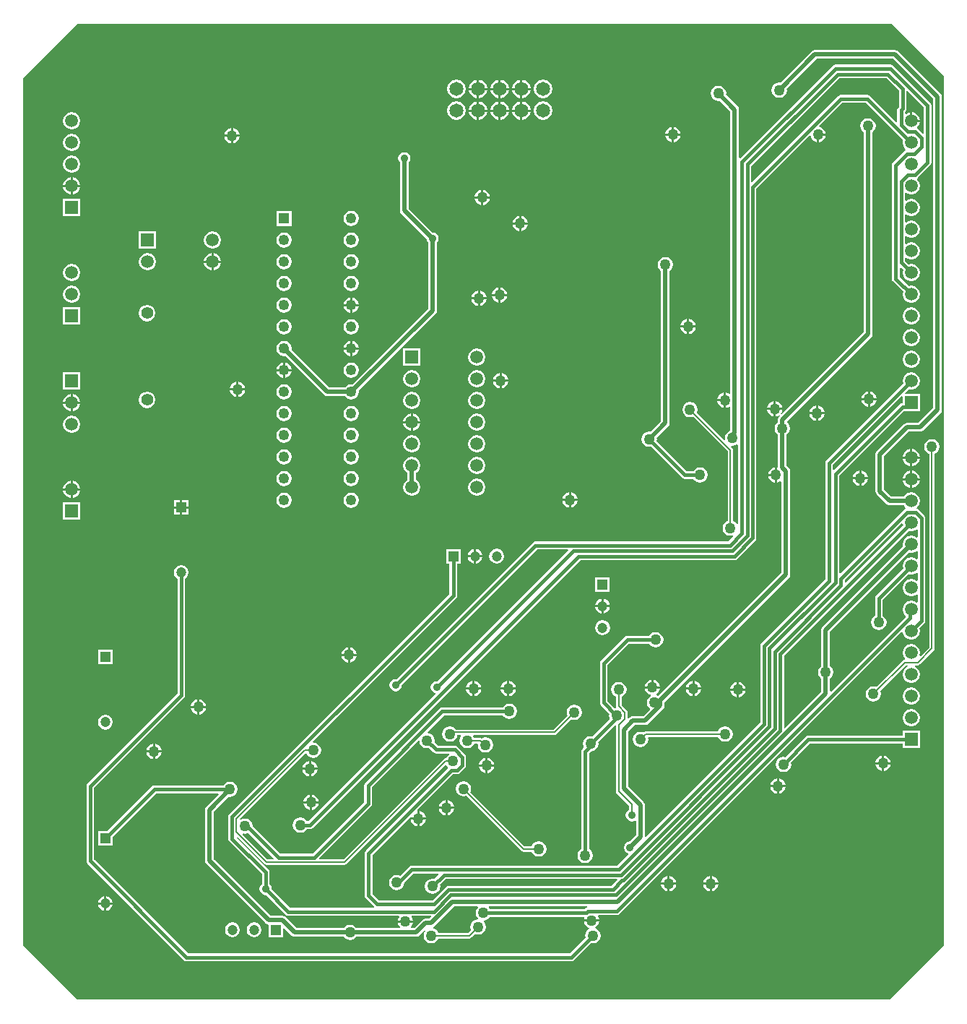
<source format=gbl>
G04*
G04 #@! TF.GenerationSoftware,Altium Limited,Altium Designer,20.0.9 (164)*
G04*
G04 Layer_Physical_Order=2*
G04 Layer_Color=16711680*
%FSLAX25Y25*%
%MOIN*%
G70*
G01*
G75*
%ADD13C,0.00500*%
%ADD52C,0.02000*%
%ADD53C,0.01500*%
%ADD54R,0.04724X0.04724*%
%ADD55C,0.04724*%
%ADD56C,0.05906*%
%ADD57R,0.05906X0.05906*%
%ADD58C,0.04921*%
%ADD59R,0.04921X0.04921*%
%ADD60R,0.05906X0.05906*%
%ADD61C,0.05512*%
%ADD62R,0.04724X0.04724*%
%ADD63C,0.06496*%
%ADD64C,0.05000*%
%ADD65C,0.03500*%
G36*
X425000Y426000D02*
Y25000D01*
X400000Y0D01*
X25000D01*
X0Y25000D01*
Y425000D01*
X25000Y450000D01*
X401000D01*
X425000Y426000D01*
D02*
G37*
%LPC*%
G36*
X230500Y424232D02*
Y420500D01*
X234232D01*
X234001Y421658D01*
X233063Y423063D01*
X231658Y424002D01*
X230500Y424232D01*
D02*
G37*
G36*
X229500D02*
X228343Y424002D01*
X226937Y423063D01*
X225998Y421658D01*
X225768Y420500D01*
X229500D01*
Y424232D01*
D02*
G37*
G36*
X220500D02*
Y420500D01*
X224232D01*
X224002Y421658D01*
X223063Y423063D01*
X221657Y424002D01*
X220500Y424232D01*
D02*
G37*
G36*
X219500D02*
X218342Y424002D01*
X216937Y423063D01*
X215999Y421658D01*
X215768Y420500D01*
X219500D01*
Y424232D01*
D02*
G37*
G36*
X210500D02*
Y420500D01*
X214232D01*
X214001Y421658D01*
X213063Y423063D01*
X211658Y424002D01*
X210500Y424232D01*
D02*
G37*
G36*
X209500D02*
X208343Y424002D01*
X206937Y423063D01*
X205998Y421658D01*
X205768Y420500D01*
X209500D01*
Y424232D01*
D02*
G37*
G36*
X234232Y419500D02*
X230500D01*
Y415768D01*
X231658Y415998D01*
X233063Y416937D01*
X234001Y418342D01*
X234232Y419500D01*
D02*
G37*
G36*
X229500D02*
X225768D01*
X225998Y418342D01*
X226937Y416937D01*
X228343Y415998D01*
X229500Y415768D01*
Y419500D01*
D02*
G37*
G36*
X224232D02*
X220500D01*
Y415768D01*
X221657Y415998D01*
X223063Y416937D01*
X224002Y418342D01*
X224232Y419500D01*
D02*
G37*
G36*
X219500D02*
X215768D01*
X215999Y418342D01*
X216937Y416937D01*
X218342Y415998D01*
X219500Y415768D01*
Y419500D01*
D02*
G37*
G36*
X214232D02*
X210500D01*
Y415768D01*
X211658Y415998D01*
X213063Y416937D01*
X214001Y418342D01*
X214232Y419500D01*
D02*
G37*
G36*
X209500D02*
X205768D01*
X205998Y418342D01*
X206937Y416937D01*
X208343Y415998D01*
X209500Y415768D01*
Y419500D01*
D02*
G37*
G36*
X240000Y424331D02*
X238342Y424002D01*
X236937Y423063D01*
X235999Y421658D01*
X235669Y420000D01*
X235999Y418342D01*
X236937Y416937D01*
X238342Y415998D01*
X240000Y415669D01*
X241657Y415998D01*
X243063Y416937D01*
X244002Y418342D01*
X244331Y420000D01*
X244002Y421658D01*
X243063Y423063D01*
X241657Y424002D01*
X240000Y424331D01*
D02*
G37*
G36*
X200000D02*
X198343Y424002D01*
X196937Y423063D01*
X195999Y421658D01*
X195669Y420000D01*
X195999Y418342D01*
X196937Y416937D01*
X198343Y415998D01*
X200000Y415669D01*
X201658Y415998D01*
X203063Y416937D01*
X204001Y418342D01*
X204331Y420000D01*
X204001Y421658D01*
X203063Y423063D01*
X201658Y424002D01*
X200000Y424331D01*
D02*
G37*
G36*
X230500Y414232D02*
Y410500D01*
X234232D01*
X234001Y411657D01*
X233063Y413063D01*
X231658Y414002D01*
X230500Y414232D01*
D02*
G37*
G36*
X229500D02*
X228343Y414002D01*
X226937Y413063D01*
X225998Y411657D01*
X225768Y410500D01*
X229500D01*
Y414232D01*
D02*
G37*
G36*
X220500D02*
Y410500D01*
X224232D01*
X224002Y411657D01*
X223063Y413063D01*
X221657Y414002D01*
X220500Y414232D01*
D02*
G37*
G36*
X219500D02*
X218342Y414002D01*
X216937Y413063D01*
X215999Y411657D01*
X215768Y410500D01*
X219500D01*
Y414232D01*
D02*
G37*
G36*
X210500D02*
Y410500D01*
X214232D01*
X214001Y411657D01*
X213063Y413063D01*
X211658Y414002D01*
X210500Y414232D01*
D02*
G37*
G36*
X209500D02*
X208343Y414002D01*
X206937Y413063D01*
X205998Y411657D01*
X205768Y410500D01*
X209500D01*
Y414232D01*
D02*
G37*
G36*
X234232Y409500D02*
X230500D01*
Y405768D01*
X231658Y405999D01*
X233063Y406937D01*
X234001Y408343D01*
X234232Y409500D01*
D02*
G37*
G36*
X229500D02*
X225768D01*
X225998Y408343D01*
X226937Y406937D01*
X228343Y405999D01*
X229500Y405768D01*
Y409500D01*
D02*
G37*
G36*
X224232D02*
X220500D01*
Y405768D01*
X221657Y405999D01*
X223063Y406937D01*
X224002Y408343D01*
X224232Y409500D01*
D02*
G37*
G36*
X219500D02*
X215768D01*
X215999Y408343D01*
X216937Y406937D01*
X218342Y405999D01*
X219500Y405768D01*
Y409500D01*
D02*
G37*
G36*
X214232D02*
X210500D01*
Y405768D01*
X211658Y405999D01*
X213063Y406937D01*
X214001Y408343D01*
X214232Y409500D01*
D02*
G37*
G36*
X209500D02*
X205768D01*
X205998Y408343D01*
X206937Y406937D01*
X208343Y405999D01*
X209500Y405768D01*
Y409500D01*
D02*
G37*
G36*
X240000Y414331D02*
X238342Y414002D01*
X236937Y413063D01*
X235999Y411657D01*
X235669Y410000D01*
X235999Y408343D01*
X236937Y406937D01*
X238342Y405999D01*
X240000Y405669D01*
X241657Y405999D01*
X243063Y406937D01*
X244002Y408343D01*
X244331Y410000D01*
X244002Y411657D01*
X243063Y413063D01*
X241657Y414002D01*
X240000Y414331D01*
D02*
G37*
G36*
X200000D02*
X198343Y414002D01*
X196937Y413063D01*
X195999Y411657D01*
X195669Y410000D01*
X195999Y408343D01*
X196937Y406937D01*
X198343Y405999D01*
X200000Y405669D01*
X201658Y405999D01*
X203063Y406937D01*
X204001Y408343D01*
X204331Y410000D01*
X204001Y411657D01*
X203063Y413063D01*
X201658Y414002D01*
X200000Y414331D01*
D02*
G37*
G36*
X22453Y409368D02*
X20911Y409061D01*
X19603Y408188D01*
X18730Y406880D01*
X18423Y405338D01*
X18730Y403796D01*
X19603Y402488D01*
X20911Y401615D01*
X22453Y401308D01*
X23995Y401615D01*
X25303Y402488D01*
X26176Y403796D01*
X26483Y405338D01*
X26176Y406880D01*
X25303Y408188D01*
X23995Y409061D01*
X22453Y409368D01*
D02*
G37*
G36*
X300500Y402469D02*
Y399500D01*
X303469D01*
X303297Y400366D01*
X302523Y401523D01*
X301366Y402297D01*
X300500Y402469D01*
D02*
G37*
G36*
X299500D02*
X298634Y402297D01*
X297477Y401523D01*
X296703Y400366D01*
X296531Y399500D01*
X299500D01*
Y402469D01*
D02*
G37*
G36*
X97000Y401969D02*
Y399000D01*
X99969D01*
X99797Y399866D01*
X99023Y401023D01*
X97866Y401797D01*
X97000Y401969D01*
D02*
G37*
G36*
X96000D02*
X95134Y401797D01*
X93977Y401023D01*
X93203Y399866D01*
X93031Y399000D01*
X96000D01*
Y401969D01*
D02*
G37*
G36*
X370469Y398500D02*
X367500D01*
Y395531D01*
X368366Y395703D01*
X369523Y396477D01*
X370297Y397634D01*
X370469Y398500D01*
D02*
G37*
G36*
X303469D02*
X300500D01*
Y395531D01*
X301366Y395703D01*
X302523Y396477D01*
X303297Y397634D01*
X303469Y398500D01*
D02*
G37*
G36*
X299500D02*
X296531D01*
X296703Y397634D01*
X297477Y396477D01*
X298634Y395703D01*
X299500Y395531D01*
Y398500D01*
D02*
G37*
G36*
X99969Y398000D02*
X97000D01*
Y395031D01*
X97866Y395203D01*
X99023Y395977D01*
X99797Y397134D01*
X99969Y398000D01*
D02*
G37*
G36*
X96000D02*
X93031D01*
X93203Y397134D01*
X93977Y395977D01*
X95134Y395203D01*
X96000Y395031D01*
Y398000D01*
D02*
G37*
G36*
X22453Y399368D02*
X20911Y399061D01*
X19603Y398188D01*
X18730Y396880D01*
X18423Y395338D01*
X18730Y393796D01*
X19603Y392488D01*
X20911Y391615D01*
X22453Y391308D01*
X23995Y391615D01*
X25303Y392488D01*
X26176Y393796D01*
X26483Y395338D01*
X26176Y396880D01*
X25303Y398188D01*
X23995Y399061D01*
X22453Y399368D01*
D02*
G37*
G36*
X374964Y431284D02*
X374282Y431148D01*
X373703Y430762D01*
X331001Y388060D01*
X330539Y388251D01*
Y410500D01*
X330384Y411280D01*
X329942Y411942D01*
X324455Y417429D01*
X324569Y418000D01*
X324297Y419366D01*
X323523Y420523D01*
X322366Y421297D01*
X321000Y421569D01*
X319634Y421297D01*
X318477Y420523D01*
X317703Y419366D01*
X317431Y418000D01*
X317703Y416634D01*
X318477Y415477D01*
X319634Y414703D01*
X321000Y414431D01*
X321571Y414545D01*
X326461Y409655D01*
Y279595D01*
X326020Y279360D01*
X325366Y279797D01*
X324500Y279969D01*
Y276500D01*
Y273031D01*
X325366Y273203D01*
X326020Y273640D01*
X326461Y273405D01*
Y262431D01*
X326407Y262351D01*
X326134Y262297D01*
X324977Y261523D01*
X324203Y260366D01*
X323931Y259000D01*
X324036Y258473D01*
X323575Y258227D01*
X311094Y270709D01*
X311145Y270786D01*
X311417Y272152D01*
X311145Y273517D01*
X310372Y274675D01*
X309214Y275449D01*
X307848Y275720D01*
X306483Y275449D01*
X305325Y274675D01*
X304551Y273517D01*
X304280Y272152D01*
X304551Y270786D01*
X305325Y269628D01*
X306483Y268855D01*
X307848Y268583D01*
X309214Y268855D01*
X309291Y268906D01*
X325225Y252972D01*
Y220815D01*
X325134Y220797D01*
X323977Y220023D01*
X323203Y218866D01*
X322931Y217500D01*
X323203Y216134D01*
X323977Y214977D01*
X325134Y214203D01*
X326500Y213931D01*
X327700Y214170D01*
X327946Y213709D01*
X325521Y211284D01*
X236500D01*
X235817Y211149D01*
X235238Y210762D01*
X235238Y210762D01*
X172234Y147757D01*
X172000Y147804D01*
X170927Y147590D01*
X170017Y146983D01*
X169410Y146073D01*
X169196Y145000D01*
X169410Y143927D01*
X170017Y143017D01*
X170927Y142410D01*
X172000Y142196D01*
X173073Y142410D01*
X173983Y143017D01*
X174591Y143927D01*
X174804Y145000D01*
X174757Y145234D01*
X237239Y207716D01*
X251539D01*
X251730Y207254D01*
X191234Y146757D01*
X191000Y146804D01*
X189927Y146590D01*
X189017Y145983D01*
X188409Y145073D01*
X188196Y144000D01*
X188409Y142927D01*
X189017Y142017D01*
X189927Y141410D01*
X190207Y141354D01*
X190352Y140875D01*
X131761Y82284D01*
X131017D01*
X130523Y83023D01*
X129366Y83797D01*
X128000Y84069D01*
X126634Y83797D01*
X125477Y83023D01*
X124703Y81866D01*
X124431Y80500D01*
X124703Y79134D01*
X125477Y77977D01*
X126634Y77203D01*
X128000Y76931D01*
X129366Y77203D01*
X130523Y77977D01*
X131017Y78716D01*
X132500D01*
X133183Y78851D01*
X133762Y79238D01*
X257239Y202716D01*
X328331D01*
X329014Y202852D01*
X329593Y203238D01*
X338012Y211657D01*
X338012Y211657D01*
X338399Y212236D01*
X338534Y212918D01*
Y374021D01*
X363070Y398557D01*
X363548Y398412D01*
X363703Y397634D01*
X364477Y396477D01*
X365634Y395703D01*
X366500Y395531D01*
Y399000D01*
X367000D01*
Y399500D01*
X370469D01*
X370297Y400366D01*
X369523Y401523D01*
X368366Y402297D01*
X367588Y402452D01*
X367443Y402930D01*
X378229Y413716D01*
X388913D01*
X398697Y403932D01*
X398697Y403931D01*
X406189Y396440D01*
X405970Y395338D01*
X406277Y393796D01*
X407150Y392488D01*
X407534Y392232D01*
X407428Y391701D01*
X407369Y391689D01*
X406790Y391303D01*
X406790Y391302D01*
X401536Y386048D01*
X401149Y385469D01*
X401013Y384786D01*
Y332541D01*
X401149Y331858D01*
X401536Y331279D01*
X406220Y326595D01*
X405970Y325338D01*
X406277Y323796D01*
X407150Y322488D01*
X408458Y321615D01*
X410000Y321308D01*
X411542Y321615D01*
X412850Y322488D01*
X413723Y323796D01*
X414030Y325338D01*
X413723Y326880D01*
X412850Y328188D01*
X411542Y329062D01*
X410000Y329368D01*
X408743Y329118D01*
X404581Y333280D01*
Y337580D01*
X405044Y337771D01*
X406220Y336595D01*
X405970Y335338D01*
X406277Y333796D01*
X407150Y332488D01*
X408458Y331615D01*
X410000Y331308D01*
X411542Y331615D01*
X412850Y332488D01*
X413723Y333796D01*
X414030Y335338D01*
X413723Y336880D01*
X412850Y338188D01*
X411542Y339061D01*
X410000Y339368D01*
X408743Y339118D01*
X407082Y340780D01*
Y341933D01*
X407582Y342200D01*
X408458Y341615D01*
X410000Y341308D01*
X411542Y341615D01*
X412850Y342488D01*
X413723Y343796D01*
X414030Y345338D01*
X413723Y346880D01*
X412850Y348188D01*
X411542Y349061D01*
X410000Y349368D01*
X408458Y349061D01*
X407582Y348476D01*
X407082Y348743D01*
Y351933D01*
X407582Y352200D01*
X408458Y351615D01*
X410000Y351308D01*
X411542Y351615D01*
X412850Y352488D01*
X413723Y353796D01*
X414030Y355338D01*
X413723Y356880D01*
X412850Y358188D01*
X411542Y359062D01*
X410000Y359368D01*
X408458Y359062D01*
X407582Y358476D01*
X407082Y358743D01*
Y361933D01*
X407582Y362200D01*
X408458Y361615D01*
X410000Y361308D01*
X411542Y361615D01*
X412850Y362488D01*
X413723Y363796D01*
X414030Y365338D01*
X413723Y366880D01*
X412850Y368188D01*
X411542Y369061D01*
X410000Y369368D01*
X408458Y369061D01*
X407582Y368476D01*
X407082Y368743D01*
Y371933D01*
X407582Y372200D01*
X408458Y371615D01*
X410000Y371308D01*
X411542Y371615D01*
X412850Y372488D01*
X413723Y373796D01*
X414030Y375338D01*
X413723Y376880D01*
X412850Y378188D01*
X412666Y378311D01*
X412666Y378912D01*
X412912Y379076D01*
X418762Y384926D01*
X419148Y385505D01*
X419284Y386187D01*
X419284Y386188D01*
Y412500D01*
X419148Y413183D01*
X418762Y413762D01*
X401762Y430762D01*
X401183Y431148D01*
X400500Y431284D01*
X374964D01*
X374964Y431284D01*
D02*
G37*
G36*
X22453Y389368D02*
X20911Y389061D01*
X19603Y388188D01*
X18730Y386880D01*
X18423Y385338D01*
X18730Y383796D01*
X19603Y382488D01*
X20911Y381615D01*
X22453Y381308D01*
X23995Y381615D01*
X25303Y382488D01*
X26176Y383796D01*
X26483Y385338D01*
X26176Y386880D01*
X25303Y388188D01*
X23995Y389061D01*
X22453Y389368D01*
D02*
G37*
G36*
X22953Y379269D02*
Y375838D01*
X26384D01*
X26176Y376880D01*
X25303Y378188D01*
X23995Y379062D01*
X22953Y379269D01*
D02*
G37*
G36*
X21953D02*
X20911Y379062D01*
X19603Y378188D01*
X18730Y376880D01*
X18522Y375838D01*
X21953D01*
Y379269D01*
D02*
G37*
G36*
X26384Y374838D02*
X22953D01*
Y371407D01*
X23995Y371615D01*
X25303Y372488D01*
X26176Y373796D01*
X26384Y374838D01*
D02*
G37*
G36*
X21953D02*
X18522D01*
X18730Y373796D01*
X19603Y372488D01*
X20911Y371615D01*
X21953Y371407D01*
Y374838D01*
D02*
G37*
G36*
X212500Y373469D02*
Y370500D01*
X215469D01*
X215297Y371366D01*
X214523Y372523D01*
X213366Y373297D01*
X212500Y373469D01*
D02*
G37*
G36*
X211500D02*
X210634Y373297D01*
X209477Y372523D01*
X208703Y371366D01*
X208531Y370500D01*
X211500D01*
Y373469D01*
D02*
G37*
G36*
X215469Y369500D02*
X212500D01*
Y366531D01*
X213366Y366703D01*
X214523Y367477D01*
X215297Y368634D01*
X215469Y369500D01*
D02*
G37*
G36*
X211500D02*
X208531D01*
X208703Y368634D01*
X209477Y367477D01*
X210634Y366703D01*
X211500Y366531D01*
Y369500D01*
D02*
G37*
G36*
X26406Y369291D02*
X18500D01*
Y361385D01*
X26406D01*
Y369291D01*
D02*
G37*
G36*
X230000Y361469D02*
Y358500D01*
X232969D01*
X232797Y359366D01*
X232023Y360523D01*
X230866Y361297D01*
X230000Y361469D01*
D02*
G37*
G36*
X229000D02*
X228134Y361297D01*
X226977Y360523D01*
X226203Y359366D01*
X226031Y358500D01*
X229000D01*
Y361469D01*
D02*
G37*
G36*
X123914Y363799D02*
X116992D01*
Y356877D01*
X123914D01*
Y363799D01*
D02*
G37*
G36*
X151453Y363867D02*
X150103Y363598D01*
X148958Y362833D01*
X148193Y361688D01*
X147924Y360338D01*
X148193Y358988D01*
X148958Y357843D01*
X150103Y357078D01*
X151453Y356810D01*
X152803Y357078D01*
X153948Y357843D01*
X154713Y358988D01*
X154981Y360338D01*
X154713Y361688D01*
X153948Y362833D01*
X152803Y363598D01*
X151453Y363867D01*
D02*
G37*
G36*
X232969Y357500D02*
X230000D01*
Y354531D01*
X230866Y354703D01*
X232023Y355477D01*
X232797Y356634D01*
X232969Y357500D01*
D02*
G37*
G36*
X229000D02*
X226031D01*
X226203Y356634D01*
X226977Y355477D01*
X228134Y354703D01*
X229000Y354531D01*
Y357500D01*
D02*
G37*
G36*
X151453Y353867D02*
X150103Y353598D01*
X148958Y352833D01*
X148193Y351688D01*
X147924Y350338D01*
X148193Y348988D01*
X148958Y347843D01*
X150103Y347078D01*
X151453Y346810D01*
X152803Y347078D01*
X153948Y347843D01*
X154713Y348988D01*
X154981Y350338D01*
X154713Y351688D01*
X153948Y352833D01*
X152803Y353598D01*
X151453Y353867D01*
D02*
G37*
G36*
X120453D02*
X119103Y353598D01*
X117958Y352833D01*
X117193Y351688D01*
X116925Y350338D01*
X117193Y348988D01*
X117958Y347843D01*
X119103Y347078D01*
X120453Y346810D01*
X121803Y347078D01*
X122948Y347843D01*
X123713Y348988D01*
X123981Y350338D01*
X123713Y351688D01*
X122948Y352833D01*
X121803Y353598D01*
X120453Y353867D01*
D02*
G37*
G36*
X61406Y354291D02*
X53500D01*
Y346385D01*
X61406D01*
Y354291D01*
D02*
G37*
G36*
X87453Y354368D02*
X85911Y354062D01*
X84603Y353188D01*
X83729Y351880D01*
X83423Y350338D01*
X83729Y348796D01*
X84603Y347488D01*
X85911Y346615D01*
X87453Y346308D01*
X88995Y346615D01*
X90303Y347488D01*
X91176Y348796D01*
X91483Y350338D01*
X91176Y351880D01*
X90303Y353188D01*
X88995Y354062D01*
X87453Y354368D01*
D02*
G37*
G36*
X87953Y344269D02*
Y340838D01*
X91384D01*
X91176Y341880D01*
X90303Y343188D01*
X88995Y344061D01*
X87953Y344269D01*
D02*
G37*
G36*
X86953D02*
X85911Y344061D01*
X84603Y343188D01*
X83729Y341880D01*
X83522Y340838D01*
X86953D01*
Y344269D01*
D02*
G37*
G36*
X151453Y343867D02*
X150103Y343598D01*
X148958Y342833D01*
X148193Y341688D01*
X147924Y340338D01*
X148193Y338988D01*
X148958Y337843D01*
X150103Y337078D01*
X151453Y336810D01*
X152803Y337078D01*
X153948Y337843D01*
X154713Y338988D01*
X154981Y340338D01*
X154713Y341688D01*
X153948Y342833D01*
X152803Y343598D01*
X151453Y343867D01*
D02*
G37*
G36*
X120453D02*
X119103Y343598D01*
X117958Y342833D01*
X117193Y341688D01*
X116925Y340338D01*
X117193Y338988D01*
X117958Y337843D01*
X119103Y337078D01*
X120453Y336810D01*
X121803Y337078D01*
X122948Y337843D01*
X123713Y338988D01*
X123981Y340338D01*
X123713Y341688D01*
X122948Y342833D01*
X121803Y343598D01*
X120453Y343867D01*
D02*
G37*
G36*
X91384Y339838D02*
X87953D01*
Y336407D01*
X88995Y336615D01*
X90303Y337488D01*
X91176Y338796D01*
X91384Y339838D01*
D02*
G37*
G36*
X86953D02*
X83522D01*
X83729Y338796D01*
X84603Y337488D01*
X85911Y336615D01*
X86953Y336407D01*
Y339838D01*
D02*
G37*
G36*
X57453Y344368D02*
X55911Y344061D01*
X54603Y343188D01*
X53729Y341880D01*
X53423Y340338D01*
X53729Y338796D01*
X54603Y337488D01*
X55911Y336615D01*
X57453Y336308D01*
X58995Y336615D01*
X60303Y337488D01*
X61176Y338796D01*
X61483Y340338D01*
X61176Y341880D01*
X60303Y343188D01*
X58995Y344061D01*
X57453Y344368D01*
D02*
G37*
G36*
X22453Y339368D02*
X20911Y339061D01*
X19603Y338188D01*
X18730Y336880D01*
X18423Y335338D01*
X18730Y333796D01*
X19603Y332488D01*
X20911Y331615D01*
X22453Y331308D01*
X23995Y331615D01*
X25303Y332488D01*
X26176Y333796D01*
X26483Y335338D01*
X26176Y336880D01*
X25303Y338188D01*
X23995Y339061D01*
X22453Y339368D01*
D02*
G37*
G36*
X151453Y333867D02*
X150103Y333598D01*
X148958Y332833D01*
X148193Y331688D01*
X147924Y330338D01*
X148193Y328988D01*
X148958Y327843D01*
X150103Y327078D01*
X151453Y326810D01*
X152803Y327078D01*
X153948Y327843D01*
X154713Y328988D01*
X154981Y330338D01*
X154713Y331688D01*
X153948Y332833D01*
X152803Y333598D01*
X151453Y333867D01*
D02*
G37*
G36*
X120453D02*
X119103Y333598D01*
X117958Y332833D01*
X117193Y331688D01*
X116925Y330338D01*
X117193Y328988D01*
X117958Y327843D01*
X119103Y327078D01*
X120453Y326810D01*
X121803Y327078D01*
X122948Y327843D01*
X123713Y328988D01*
X123981Y330338D01*
X123713Y331688D01*
X122948Y332833D01*
X121803Y333598D01*
X120453Y333867D01*
D02*
G37*
G36*
X220500Y328469D02*
Y325500D01*
X223469D01*
X223297Y326366D01*
X222523Y327523D01*
X221366Y328297D01*
X220500Y328469D01*
D02*
G37*
G36*
X219500D02*
X218634Y328297D01*
X217477Y327523D01*
X216703Y326366D01*
X216531Y325500D01*
X219500D01*
Y328469D01*
D02*
G37*
G36*
X211000Y326969D02*
Y324000D01*
X213969D01*
X213797Y324866D01*
X213023Y326023D01*
X211866Y326797D01*
X211000Y326969D01*
D02*
G37*
G36*
X210000D02*
X209134Y326797D01*
X207977Y326023D01*
X207203Y324866D01*
X207031Y324000D01*
X210000D01*
Y326969D01*
D02*
G37*
G36*
X223469Y324500D02*
X220500D01*
Y321531D01*
X221366Y321703D01*
X222523Y322477D01*
X223297Y323634D01*
X223469Y324500D01*
D02*
G37*
G36*
X219500D02*
X216531D01*
X216703Y323634D01*
X217477Y322477D01*
X218634Y321703D01*
X219500Y321531D01*
Y324500D01*
D02*
G37*
G36*
X22453Y329368D02*
X20911Y329062D01*
X19603Y328188D01*
X18730Y326880D01*
X18423Y325338D01*
X18730Y323796D01*
X19603Y322488D01*
X20911Y321615D01*
X22453Y321308D01*
X23995Y321615D01*
X25303Y322488D01*
X26176Y323796D01*
X26483Y325338D01*
X26176Y326880D01*
X25303Y328188D01*
X23995Y329062D01*
X22453Y329368D01*
D02*
G37*
G36*
X151953Y323767D02*
Y320838D01*
X154882D01*
X154713Y321688D01*
X153948Y322833D01*
X152803Y323598D01*
X151953Y323767D01*
D02*
G37*
G36*
X150953D02*
X150103Y323598D01*
X148958Y322833D01*
X148193Y321688D01*
X148024Y320838D01*
X150953D01*
Y323767D01*
D02*
G37*
G36*
X213969Y323000D02*
X211000D01*
Y320031D01*
X211866Y320203D01*
X213023Y320977D01*
X213797Y322134D01*
X213969Y323000D01*
D02*
G37*
G36*
X210000D02*
X207031D01*
X207203Y322134D01*
X207977Y320977D01*
X209134Y320203D01*
X210000Y320031D01*
Y323000D01*
D02*
G37*
G36*
X154882Y319838D02*
X151953D01*
Y316909D01*
X152803Y317078D01*
X153948Y317843D01*
X154713Y318988D01*
X154882Y319838D01*
D02*
G37*
G36*
X150953D02*
X148024D01*
X148193Y318988D01*
X148958Y317843D01*
X150103Y317078D01*
X150953Y316909D01*
Y319838D01*
D02*
G37*
G36*
X120453Y323867D02*
X119103Y323598D01*
X117958Y322833D01*
X117193Y321688D01*
X116925Y320338D01*
X117193Y318988D01*
X117958Y317843D01*
X119103Y317078D01*
X120453Y316810D01*
X121803Y317078D01*
X122948Y317843D01*
X123713Y318988D01*
X123981Y320338D01*
X123713Y321688D01*
X122948Y322833D01*
X121803Y323598D01*
X120453Y323867D01*
D02*
G37*
G36*
X57213Y320483D02*
X55747Y320191D01*
X54505Y319361D01*
X53675Y318119D01*
X53383Y316653D01*
X53675Y315188D01*
X54505Y313945D01*
X55747Y313115D01*
X57213Y312824D01*
X58678Y313115D01*
X59921Y313945D01*
X60751Y315188D01*
X61042Y316653D01*
X60751Y318119D01*
X59921Y319361D01*
X58678Y320191D01*
X57213Y320483D01*
D02*
G37*
G36*
X26406Y319291D02*
X18500D01*
Y311385D01*
X26406D01*
Y319291D01*
D02*
G37*
G36*
X410000Y319368D02*
X408458Y319061D01*
X407150Y318188D01*
X406277Y316880D01*
X405970Y315338D01*
X406277Y313796D01*
X407150Y312488D01*
X408458Y311615D01*
X410000Y311308D01*
X411542Y311615D01*
X412850Y312488D01*
X413723Y313796D01*
X414030Y315338D01*
X413723Y316880D01*
X412850Y318188D01*
X411542Y319061D01*
X410000Y319368D01*
D02*
G37*
G36*
X307500Y313969D02*
Y311000D01*
X310469D01*
X310297Y311866D01*
X309523Y313023D01*
X308366Y313797D01*
X307500Y313969D01*
D02*
G37*
G36*
X306500D02*
X305634Y313797D01*
X304477Y313023D01*
X303703Y311866D01*
X303531Y311000D01*
X306500D01*
Y313969D01*
D02*
G37*
G36*
X310469Y310000D02*
X307500D01*
Y307031D01*
X308366Y307203D01*
X309523Y307977D01*
X310297Y309134D01*
X310469Y310000D01*
D02*
G37*
G36*
X306500D02*
X303531D01*
X303703Y309134D01*
X304477Y307977D01*
X305634Y307203D01*
X306500Y307031D01*
Y310000D01*
D02*
G37*
G36*
X151453Y313867D02*
X150103Y313598D01*
X148958Y312833D01*
X148193Y311688D01*
X147924Y310338D01*
X148193Y308988D01*
X148958Y307843D01*
X150103Y307078D01*
X151453Y306810D01*
X152803Y307078D01*
X153948Y307843D01*
X154713Y308988D01*
X154981Y310338D01*
X154713Y311688D01*
X153948Y312833D01*
X152803Y313598D01*
X151453Y313867D01*
D02*
G37*
G36*
X120453D02*
X119103Y313598D01*
X117958Y312833D01*
X117193Y311688D01*
X116925Y310338D01*
X117193Y308988D01*
X117958Y307843D01*
X119103Y307078D01*
X120453Y306810D01*
X121803Y307078D01*
X122948Y307843D01*
X123713Y308988D01*
X123981Y310338D01*
X123713Y311688D01*
X122948Y312833D01*
X121803Y313598D01*
X120453Y313867D01*
D02*
G37*
G36*
X410000Y309368D02*
X408458Y309062D01*
X407150Y308188D01*
X406277Y306880D01*
X405970Y305338D01*
X406277Y303796D01*
X407150Y302488D01*
X408458Y301615D01*
X410000Y301308D01*
X411542Y301615D01*
X412850Y302488D01*
X413723Y303796D01*
X414030Y305338D01*
X413723Y306880D01*
X412850Y308188D01*
X411542Y309062D01*
X410000Y309368D01*
D02*
G37*
G36*
X151953Y303767D02*
Y300838D01*
X154882D01*
X154713Y301688D01*
X153948Y302833D01*
X152803Y303598D01*
X151953Y303767D01*
D02*
G37*
G36*
X150953D02*
X150103Y303598D01*
X148958Y302833D01*
X148193Y301688D01*
X148024Y300838D01*
X150953D01*
Y303767D01*
D02*
G37*
G36*
X154882Y299838D02*
X151953D01*
Y296909D01*
X152803Y297078D01*
X153948Y297843D01*
X154713Y298988D01*
X154882Y299838D01*
D02*
G37*
G36*
X150953D02*
X148024D01*
X148193Y298988D01*
X148958Y297843D01*
X150103Y297078D01*
X150953Y296909D01*
Y299838D01*
D02*
G37*
G36*
X183406Y300291D02*
X175500D01*
Y292385D01*
X183406D01*
Y300291D01*
D02*
G37*
G36*
X209453Y300368D02*
X207911Y300061D01*
X206603Y299188D01*
X205730Y297880D01*
X205423Y296338D01*
X205730Y294796D01*
X206603Y293488D01*
X207911Y292615D01*
X209453Y292308D01*
X210995Y292615D01*
X212303Y293488D01*
X213176Y294796D01*
X213483Y296338D01*
X213176Y297880D01*
X212303Y299188D01*
X210995Y300061D01*
X209453Y300368D01*
D02*
G37*
G36*
X410000Y299368D02*
X408458Y299061D01*
X407150Y298188D01*
X406277Y296880D01*
X405970Y295338D01*
X406277Y293796D01*
X407150Y292488D01*
X408458Y291615D01*
X410000Y291308D01*
X411542Y291615D01*
X412850Y292488D01*
X413723Y293796D01*
X414030Y295338D01*
X413723Y296880D01*
X412850Y298188D01*
X411542Y299061D01*
X410000Y299368D01*
D02*
G37*
G36*
X120953Y293767D02*
Y290838D01*
X123882D01*
X123713Y291688D01*
X122948Y292833D01*
X121803Y293598D01*
X120953Y293767D01*
D02*
G37*
G36*
X119953D02*
X119103Y293598D01*
X117958Y292833D01*
X117193Y291688D01*
X117024Y290838D01*
X119953D01*
Y293767D01*
D02*
G37*
G36*
X123882Y289838D02*
X120953D01*
Y286909D01*
X121803Y287078D01*
X122948Y287843D01*
X123713Y288988D01*
X123882Y289838D01*
D02*
G37*
G36*
X119953D02*
X117024D01*
X117193Y288988D01*
X117958Y287843D01*
X119103Y287078D01*
X119953Y286909D01*
Y289838D01*
D02*
G37*
G36*
X151453Y293867D02*
X150103Y293598D01*
X148958Y292833D01*
X148193Y291688D01*
X147924Y290338D01*
X148193Y288988D01*
X148958Y287843D01*
X150103Y287078D01*
X151453Y286810D01*
X152803Y287078D01*
X153948Y287843D01*
X154713Y288988D01*
X154981Y290338D01*
X154713Y291688D01*
X153948Y292833D01*
X152803Y293598D01*
X151453Y293867D01*
D02*
G37*
G36*
X221000Y288969D02*
Y286000D01*
X223969D01*
X223797Y286866D01*
X223023Y288023D01*
X221866Y288797D01*
X221000Y288969D01*
D02*
G37*
G36*
X220000D02*
X219134Y288797D01*
X217977Y288023D01*
X217203Y286866D01*
X217031Y286000D01*
X220000D01*
Y288969D01*
D02*
G37*
G36*
X176000Y390804D02*
X174927Y390591D01*
X174017Y389983D01*
X173409Y389073D01*
X173196Y388000D01*
X173409Y386927D01*
X173961Y386102D01*
Y364000D01*
X174116Y363220D01*
X174558Y362558D01*
X186216Y350900D01*
X186409Y349927D01*
X186961Y349102D01*
Y318730D01*
X151991Y283760D01*
X151453Y283867D01*
X150103Y283598D01*
X148958Y282833D01*
X148653Y282377D01*
X141298D01*
X123874Y299800D01*
X123981Y300338D01*
X123713Y301688D01*
X122948Y302833D01*
X121803Y303598D01*
X120453Y303867D01*
X119103Y303598D01*
X117958Y302833D01*
X117193Y301688D01*
X116925Y300338D01*
X117193Y298988D01*
X117958Y297843D01*
X119103Y297078D01*
X120453Y296810D01*
X120991Y296917D01*
X139011Y278896D01*
X139673Y278454D01*
X140453Y278299D01*
X148653D01*
X148958Y277843D01*
X150103Y277078D01*
X151453Y276810D01*
X152803Y277078D01*
X153948Y277843D01*
X154713Y278988D01*
X154981Y280338D01*
X154874Y280876D01*
X190442Y316443D01*
X190884Y317105D01*
X191039Y317885D01*
Y349102D01*
X191590Y349927D01*
X191804Y351000D01*
X191590Y352073D01*
X190983Y352983D01*
X190073Y353590D01*
X189100Y353784D01*
X178039Y364845D01*
Y386102D01*
X178591Y386927D01*
X178804Y388000D01*
X178591Y389073D01*
X177983Y389983D01*
X177073Y390591D01*
X176000Y390804D01*
D02*
G37*
G36*
X209453Y290368D02*
X207911Y290061D01*
X206603Y289188D01*
X205730Y287880D01*
X205423Y286338D01*
X205730Y284796D01*
X206603Y283488D01*
X207911Y282615D01*
X209453Y282308D01*
X210995Y282615D01*
X212303Y283488D01*
X213176Y284796D01*
X213483Y286338D01*
X213176Y287880D01*
X212303Y289188D01*
X210995Y290061D01*
X209453Y290368D01*
D02*
G37*
G36*
X179453D02*
X177911Y290061D01*
X176603Y289188D01*
X175730Y287880D01*
X175423Y286338D01*
X175730Y284796D01*
X176603Y283488D01*
X177911Y282615D01*
X179453Y282308D01*
X180995Y282615D01*
X182303Y283488D01*
X183176Y284796D01*
X183483Y286338D01*
X183176Y287880D01*
X182303Y289188D01*
X180995Y290061D01*
X179453Y290368D01*
D02*
G37*
G36*
X223969Y285000D02*
X221000D01*
Y282031D01*
X221866Y282203D01*
X223023Y282977D01*
X223797Y284134D01*
X223969Y285000D01*
D02*
G37*
G36*
X220000D02*
X217031D01*
X217203Y284134D01*
X217977Y282977D01*
X219134Y282203D01*
X220000Y282031D01*
Y285000D01*
D02*
G37*
G36*
X99500Y284969D02*
Y282000D01*
X102469D01*
X102297Y282866D01*
X101523Y284023D01*
X100366Y284797D01*
X99500Y284969D01*
D02*
G37*
G36*
X98500D02*
X97634Y284797D01*
X96477Y284023D01*
X95703Y282866D01*
X95531Y282000D01*
X98500D01*
Y284969D01*
D02*
G37*
G36*
X26406Y289291D02*
X18500D01*
Y281385D01*
X26406D01*
Y289291D01*
D02*
G37*
G36*
X402500Y438039D02*
X365500D01*
X364720Y437884D01*
X364058Y437442D01*
X349571Y422955D01*
X349000Y423069D01*
X347634Y422797D01*
X346477Y422023D01*
X345703Y420866D01*
X345431Y419500D01*
X345703Y418134D01*
X346477Y416977D01*
X347634Y416203D01*
X349000Y415931D01*
X350366Y416203D01*
X351523Y416977D01*
X352297Y418134D01*
X352569Y419500D01*
X352455Y420071D01*
X366345Y433961D01*
X401655D01*
X419961Y415655D01*
Y272845D01*
X413155Y266039D01*
X408000D01*
X407220Y265884D01*
X406558Y265442D01*
X394058Y252942D01*
X393616Y252280D01*
X393461Y251500D01*
Y234500D01*
X393616Y233720D01*
X394058Y233058D01*
X398558Y228558D01*
X399220Y228116D01*
X400000Y227961D01*
X406609D01*
X407150Y227150D01*
X407534Y226894D01*
X407428Y226363D01*
X407369Y226351D01*
X406790Y225964D01*
X406790Y225964D01*
X377246Y196420D01*
X376784Y196612D01*
Y241771D01*
X401928Y266915D01*
X401960Y266936D01*
X406409Y271385D01*
X413953D01*
Y279291D01*
X407129D01*
X406938Y279753D01*
X408743Y281558D01*
X410000Y281308D01*
X411542Y281615D01*
X412850Y282488D01*
X413723Y283796D01*
X414030Y285338D01*
X413723Y286880D01*
X412850Y288188D01*
X411542Y289061D01*
X410000Y289368D01*
X408458Y289061D01*
X407150Y288188D01*
X406277Y286880D01*
X405970Y285338D01*
X406220Y284081D01*
X370738Y248600D01*
X370352Y248021D01*
X370216Y247338D01*
Y193810D01*
X340738Y164333D01*
X340352Y163754D01*
X340216Y163071D01*
Y127810D01*
X287539Y75134D01*
X287039Y75341D01*
Y89709D01*
X287039Y89709D01*
X286884Y90489D01*
X286442Y91151D01*
X286442Y91151D01*
X279289Y98304D01*
Y123709D01*
X282266Y126686D01*
X287139D01*
X287919Y126841D01*
X288581Y127283D01*
X295442Y134144D01*
X295884Y134805D01*
X296039Y135586D01*
Y137155D01*
X353442Y194558D01*
X353884Y195220D01*
X354039Y196000D01*
X354039Y196000D01*
Y243864D01*
X353884Y244644D01*
X353442Y245306D01*
X352539Y246209D01*
Y260653D01*
X353023Y260977D01*
X353797Y262134D01*
X354069Y263500D01*
X353797Y264866D01*
X353023Y266023D01*
X352716Y266229D01*
X352675Y266791D01*
X391442Y305558D01*
X391442Y305558D01*
X391884Y306220D01*
X392039Y307000D01*
X392039Y307000D01*
Y400153D01*
X392523Y400477D01*
X393297Y401634D01*
X393569Y403000D01*
X393297Y404366D01*
X392523Y405523D01*
X391366Y406297D01*
X390000Y406569D01*
X388634Y406297D01*
X387477Y405523D01*
X386703Y404366D01*
X386431Y403000D01*
X386703Y401634D01*
X387477Y400477D01*
X387961Y400153D01*
Y307845D01*
X350189Y270073D01*
X349801Y270392D01*
X350297Y271134D01*
X350469Y272000D01*
X347500D01*
Y269031D01*
X348366Y269203D01*
X349109Y269699D01*
X349427Y269311D01*
X349058Y268942D01*
X348616Y268280D01*
X348461Y267500D01*
Y266347D01*
X347977Y266023D01*
X347203Y264866D01*
X346931Y263500D01*
X347203Y262134D01*
X347977Y260977D01*
X348461Y260653D01*
Y245772D01*
X348074Y245454D01*
X348000Y245469D01*
Y242000D01*
Y238531D01*
X348866Y238703D01*
X349520Y239140D01*
X349961Y238905D01*
Y196845D01*
X293194Y140078D01*
X292866Y140297D01*
X292320Y140405D01*
X292215Y140936D01*
X293023Y141477D01*
X293797Y142634D01*
X293969Y143500D01*
X287031D01*
X287203Y142634D01*
X287977Y141477D01*
X289134Y140703D01*
X289680Y140595D01*
X289785Y140064D01*
X288977Y139523D01*
X288203Y138366D01*
X287931Y137000D01*
X288203Y135634D01*
X288977Y134477D01*
X289267Y134283D01*
X289316Y133785D01*
X286294Y130764D01*
X281422D01*
X281422Y130764D01*
X280641Y130609D01*
X279980Y130167D01*
X279980Y130167D01*
X279524Y129712D01*
X279025Y129919D01*
Y132553D01*
X278927Y133041D01*
X278651Y133455D01*
X276274Y135831D01*
Y139685D01*
X276366Y139703D01*
X277523Y140477D01*
X278297Y141634D01*
X278569Y143000D01*
X278297Y144366D01*
X277523Y145523D01*
X276366Y146297D01*
X275000Y146569D01*
X273634Y146297D01*
X272477Y145523D01*
X271703Y144366D01*
X271431Y143000D01*
X271703Y141634D01*
X272477Y140477D01*
X273634Y139703D01*
X273726Y139685D01*
Y135303D01*
X273822Y134816D01*
X273695Y134508D01*
X273128Y134395D01*
X269784Y137739D01*
Y154261D01*
X279739Y164216D01*
X288983D01*
X289477Y163477D01*
X290634Y162703D01*
X292000Y162431D01*
X293366Y162703D01*
X294523Y163477D01*
X295297Y164634D01*
X295569Y166000D01*
X295297Y167366D01*
X294523Y168523D01*
X293366Y169297D01*
X292000Y169569D01*
X290634Y169297D01*
X289477Y168523D01*
X288983Y167784D01*
X279000D01*
X279000Y167784D01*
X278317Y167648D01*
X277738Y167262D01*
X266738Y156262D01*
X266352Y155683D01*
X266216Y155000D01*
Y137000D01*
X266352Y136317D01*
X266738Y135738D01*
X270605Y131872D01*
X270431Y131000D01*
X270703Y129634D01*
X270866Y129390D01*
X262872Y121395D01*
X262000Y121569D01*
X260634Y121297D01*
X259477Y120523D01*
X258703Y119366D01*
X258431Y118000D01*
X258703Y116634D01*
X258845Y116421D01*
X258238Y115815D01*
X257852Y115236D01*
X257716Y114553D01*
Y69517D01*
X256977Y69023D01*
X256203Y67866D01*
X255931Y66500D01*
X256203Y65134D01*
X256977Y63977D01*
X258134Y63203D01*
X259500Y62931D01*
X260866Y63203D01*
X262023Y63977D01*
X262797Y65134D01*
X263069Y66500D01*
X262797Y67866D01*
X262023Y69023D01*
X261284Y69517D01*
Y113814D01*
X261918Y114448D01*
X262000Y114431D01*
X263366Y114703D01*
X264523Y115477D01*
X265297Y116634D01*
X265569Y118000D01*
X265395Y118872D01*
X273229Y126706D01*
X273726Y126495D01*
Y96000D01*
X273822Y95512D01*
X274099Y95099D01*
X279726Y89472D01*
Y87456D01*
X279017Y86983D01*
X278410Y86073D01*
X278196Y85000D01*
X278410Y83927D01*
X279017Y83017D01*
X279927Y82410D01*
X281000Y82196D01*
X282073Y82410D01*
X282520Y82708D01*
X282961Y82472D01*
Y75866D01*
X280051Y72955D01*
X279078Y72762D01*
X278168Y72154D01*
X277560Y71244D01*
X277347Y70171D01*
X277560Y69098D01*
X278168Y68189D01*
X279078Y67581D01*
X279316Y67534D01*
X279461Y67055D01*
X274190Y61784D01*
X179500D01*
X178817Y61648D01*
X178238Y61262D01*
X174110Y57134D01*
X173866Y57297D01*
X172500Y57569D01*
X171134Y57297D01*
X169977Y56523D01*
X169203Y55366D01*
X168931Y54000D01*
X169203Y52634D01*
X169977Y51477D01*
X171134Y50703D01*
X172500Y50431D01*
X173866Y50703D01*
X175023Y51477D01*
X175797Y52634D01*
X176069Y54000D01*
X176061Y54038D01*
X180239Y58216D01*
X191789D01*
X191980Y57754D01*
X189872Y55645D01*
X189000Y55819D01*
X187634Y55547D01*
X186477Y54773D01*
X185703Y53616D01*
X185431Y52250D01*
X185703Y50884D01*
X186477Y49727D01*
X187634Y48953D01*
X189000Y48681D01*
X190366Y48953D01*
X191523Y49727D01*
X192297Y50884D01*
X192569Y52250D01*
X192395Y53122D01*
X194989Y55716D01*
X274039D01*
X274230Y55254D01*
X271511Y52534D01*
X196478D01*
X195795Y52399D01*
X195216Y52012D01*
X188989Y45784D01*
X164239D01*
X161284Y48739D01*
Y66761D01*
X178548Y84025D01*
X178594Y84000D01*
X182000D01*
Y87406D01*
X181975Y87452D01*
X198489Y103966D01*
X200260D01*
X200943Y104102D01*
X201522Y104488D01*
X204012Y106978D01*
X204012Y106978D01*
X204398Y107557D01*
X204534Y108240D01*
X204534Y108240D01*
Y111760D01*
X204534Y111760D01*
X204398Y112443D01*
X204012Y113022D01*
X200477Y116557D01*
X199898Y116944D01*
X199215Y117080D01*
X191444D01*
X189895Y118628D01*
X190069Y119500D01*
X189797Y120866D01*
X189023Y122023D01*
X187866Y122797D01*
X186749Y123019D01*
X186579Y123555D01*
X194239Y131216D01*
X221483D01*
X221977Y130477D01*
X223134Y129703D01*
X224500Y129431D01*
X225866Y129703D01*
X227023Y130477D01*
X227797Y131634D01*
X228069Y133000D01*
X227797Y134366D01*
X227023Y135523D01*
X225866Y136297D01*
X224500Y136569D01*
X223134Y136297D01*
X221977Y135523D01*
X221483Y134784D01*
X193500D01*
X192817Y134649D01*
X192238Y134262D01*
X192238Y134262D01*
X157964Y99988D01*
X157578Y99409D01*
X157442Y98726D01*
Y91015D01*
X133711Y67284D01*
X118739D01*
X106061Y79962D01*
X106069Y80000D01*
X105797Y81366D01*
X105023Y82523D01*
X103866Y83297D01*
X102500Y83569D01*
X101134Y83297D01*
X100706Y83011D01*
X100158Y83246D01*
X100142Y83339D01*
X130263Y113461D01*
X130269Y113463D01*
X130880Y113370D01*
X131477Y112477D01*
X132634Y111703D01*
X134000Y111431D01*
X135366Y111703D01*
X136523Y112477D01*
X137297Y113634D01*
X137569Y115000D01*
X137297Y116366D01*
X136523Y117523D01*
X135366Y118297D01*
X134000Y118569D01*
X133925Y118554D01*
X133690Y118995D01*
X199892Y185197D01*
X200278Y185775D01*
X200414Y186458D01*
X200414Y186458D01*
Y201138D01*
X201992D01*
Y207862D01*
X195268D01*
Y201138D01*
X196846D01*
Y187197D01*
X95238Y85590D01*
X94851Y85011D01*
X94716Y84328D01*
Y74246D01*
X94851Y73563D01*
X95238Y72984D01*
X110216Y58006D01*
Y53115D01*
X110017Y52983D01*
X109409Y52073D01*
X109196Y51000D01*
X109409Y49927D01*
X110017Y49017D01*
X110927Y48410D01*
X112000Y48196D01*
X112234Y48243D01*
X121238Y39238D01*
X121238Y39238D01*
X121817Y38851D01*
X122500Y38716D01*
X173504D01*
X173771Y38216D01*
X173203Y37366D01*
X173031Y36500D01*
X179969D01*
X179797Y37366D01*
X179229Y38216D01*
X179496Y38716D01*
X188331D01*
X188522Y38254D01*
X187558Y37289D01*
X185750D01*
X184970Y37134D01*
X184308Y36692D01*
X180655Y33039D01*
X179200D01*
X179065Y33539D01*
X179797Y34634D01*
X179969Y35500D01*
X173031D01*
X173203Y34634D01*
X173935Y33539D01*
X173800Y33039D01*
X153847D01*
X153523Y33523D01*
X152366Y34297D01*
X151000Y34569D01*
X149634Y34297D01*
X148477Y33523D01*
X148153Y33039D01*
X126254D01*
X121270Y38023D01*
X120609Y38465D01*
X119828Y38620D01*
X114292D01*
X88039Y64873D01*
Y86655D01*
X94929Y93545D01*
X95500Y93431D01*
X96866Y93703D01*
X98023Y94477D01*
X98797Y95634D01*
X99069Y97000D01*
X98797Y98366D01*
X98023Y99523D01*
X96866Y100297D01*
X95500Y100569D01*
X94134Y100297D01*
X92977Y99523D01*
X92483Y98784D01*
X60646D01*
X59963Y98649D01*
X59385Y98262D01*
X59385Y98262D01*
X38839Y77716D01*
X34638D01*
Y70992D01*
X41362D01*
Y75193D01*
X61385Y95216D01*
X90179D01*
X90370Y94754D01*
X84558Y88942D01*
X84116Y88280D01*
X83961Y87500D01*
Y64028D01*
X84116Y63248D01*
X84558Y62586D01*
X112005Y35139D01*
X112667Y34697D01*
X113276Y34576D01*
Y28857D01*
X120000D01*
Y32872D01*
X120462Y33064D01*
X123968Y29558D01*
X123968Y29558D01*
X124629Y29116D01*
X125409Y28961D01*
X148153D01*
X148477Y28477D01*
X149634Y27703D01*
X151000Y27431D01*
X152366Y27703D01*
X153523Y28477D01*
X153847Y28961D01*
X181500D01*
X182280Y29116D01*
X182942Y29558D01*
X185311Y31927D01*
X185699Y31609D01*
X185203Y30866D01*
X184931Y29500D01*
X185203Y28134D01*
X185977Y26977D01*
X187134Y26203D01*
X188500Y25931D01*
X189866Y26203D01*
X191023Y26977D01*
X191797Y28134D01*
X191815Y28225D01*
X206000D01*
X206488Y28322D01*
X206901Y28599D01*
X208557Y30255D01*
X208634Y30203D01*
X210000Y29931D01*
X211366Y30203D01*
X212523Y30977D01*
X213297Y32134D01*
X213569Y33500D01*
X213297Y34866D01*
X212575Y35945D01*
X212649Y36286D01*
X212741Y36479D01*
X213866Y36703D01*
X215023Y37477D01*
X215517Y38216D01*
X258881D01*
X259173Y37716D01*
X259031Y37000D01*
X265969D01*
X265797Y37866D01*
X265356Y38525D01*
X265592Y38966D01*
X274099D01*
X274782Y39101D01*
X275361Y39488D01*
X405528Y169656D01*
X406071Y169491D01*
X406277Y168458D01*
X407150Y167150D01*
X408458Y166277D01*
X410000Y165970D01*
X411542Y166277D01*
X412850Y167150D01*
X413723Y168458D01*
X414030Y170000D01*
X413780Y171257D01*
X415964Y173441D01*
X415964Y173441D01*
X416351Y174020D01*
X416487Y174703D01*
X416487Y174703D01*
Y221948D01*
X416351Y222631D01*
X415964Y223210D01*
X415964Y223210D01*
X413210Y225964D01*
X412631Y226351D01*
X412572Y226363D01*
X412466Y226894D01*
X412850Y227150D01*
X413723Y228458D01*
X414030Y230000D01*
X413723Y231542D01*
X412850Y232850D01*
X411542Y233723D01*
X410000Y234030D01*
X408458Y233723D01*
X407150Y232850D01*
X406609Y232039D01*
X400845D01*
X397539Y235345D01*
Y250655D01*
X408845Y261961D01*
X414000D01*
X414780Y262116D01*
X415442Y262558D01*
X423442Y270558D01*
X423884Y271220D01*
X424039Y272000D01*
Y416500D01*
X423884Y417280D01*
X423442Y417942D01*
X423442Y417942D01*
X403942Y437442D01*
X403280Y437884D01*
X402500Y438039D01*
D02*
G37*
G36*
X102469Y281000D02*
X99500D01*
Y278031D01*
X100366Y278203D01*
X101523Y278977D01*
X102297Y280134D01*
X102469Y281000D01*
D02*
G37*
G36*
X98500D02*
X95531D01*
X95703Y280134D01*
X96477Y278977D01*
X97634Y278203D01*
X98500Y278031D01*
Y281000D01*
D02*
G37*
G36*
X391000Y280469D02*
Y277500D01*
X393969D01*
X393797Y278366D01*
X393023Y279523D01*
X391866Y280297D01*
X391000Y280469D01*
D02*
G37*
G36*
X390000D02*
X389134Y280297D01*
X387977Y279523D01*
X387203Y278366D01*
X387031Y277500D01*
X390000D01*
Y280469D01*
D02*
G37*
G36*
X323500Y279969D02*
X322634Y279797D01*
X321477Y279023D01*
X320703Y277866D01*
X320531Y277000D01*
X323500D01*
Y279969D01*
D02*
G37*
G36*
X120453Y283867D02*
X119103Y283598D01*
X117958Y282833D01*
X117193Y281688D01*
X116925Y280338D01*
X117193Y278988D01*
X117958Y277843D01*
X119103Y277078D01*
X120453Y276810D01*
X121803Y277078D01*
X122948Y277843D01*
X123713Y278988D01*
X123981Y280338D01*
X123713Y281688D01*
X122948Y282833D01*
X121803Y283598D01*
X120453Y283867D01*
D02*
G37*
G36*
X22953Y279269D02*
Y275838D01*
X26384D01*
X26176Y276880D01*
X25303Y278188D01*
X23995Y279062D01*
X22953Y279269D01*
D02*
G37*
G36*
X21953D02*
X20911Y279062D01*
X19603Y278188D01*
X18730Y276880D01*
X18522Y275838D01*
X21953D01*
Y279269D01*
D02*
G37*
G36*
X393969Y276500D02*
X391000D01*
Y273531D01*
X391866Y273703D01*
X393023Y274477D01*
X393797Y275634D01*
X393969Y276500D01*
D02*
G37*
G36*
X390000D02*
X387031D01*
X387203Y275634D01*
X387977Y274477D01*
X389134Y273703D01*
X390000Y273531D01*
Y276500D01*
D02*
G37*
G36*
X323500Y276000D02*
X320531D01*
X320703Y275134D01*
X321477Y273977D01*
X322634Y273203D01*
X323500Y273031D01*
Y276000D01*
D02*
G37*
G36*
X347500Y275969D02*
Y273000D01*
X350469D01*
X350297Y273866D01*
X349523Y275023D01*
X348366Y275797D01*
X347500Y275969D01*
D02*
G37*
G36*
X346500D02*
X345634Y275797D01*
X344477Y275023D01*
X343703Y273866D01*
X343531Y273000D01*
X346500D01*
Y275969D01*
D02*
G37*
G36*
X57213Y280483D02*
X55747Y280191D01*
X54505Y279361D01*
X53675Y278119D01*
X53383Y276653D01*
X53675Y275188D01*
X54505Y273945D01*
X55747Y273115D01*
X57213Y272824D01*
X58678Y273115D01*
X59921Y273945D01*
X60751Y275188D01*
X61042Y276653D01*
X60751Y278119D01*
X59921Y279361D01*
X58678Y280191D01*
X57213Y280483D01*
D02*
G37*
G36*
X209453Y280368D02*
X207911Y280062D01*
X206603Y279188D01*
X205730Y277880D01*
X205423Y276338D01*
X205730Y274796D01*
X206603Y273488D01*
X207911Y272615D01*
X209453Y272308D01*
X210995Y272615D01*
X212303Y273488D01*
X213176Y274796D01*
X213483Y276338D01*
X213176Y277880D01*
X212303Y279188D01*
X210995Y280062D01*
X209453Y280368D01*
D02*
G37*
G36*
X179453D02*
X177911Y280062D01*
X176603Y279188D01*
X175730Y277880D01*
X175423Y276338D01*
X175730Y274796D01*
X176603Y273488D01*
X177911Y272615D01*
X179453Y272308D01*
X180995Y272615D01*
X182303Y273488D01*
X183176Y274796D01*
X183483Y276338D01*
X183176Y277880D01*
X182303Y279188D01*
X180995Y280062D01*
X179453Y280368D01*
D02*
G37*
G36*
X26384Y274838D02*
X22953D01*
Y271407D01*
X23995Y271615D01*
X25303Y272488D01*
X26176Y273796D01*
X26384Y274838D01*
D02*
G37*
G36*
X21953D02*
X18522D01*
X18730Y273796D01*
X19603Y272488D01*
X20911Y271615D01*
X21953Y271407D01*
Y274838D01*
D02*
G37*
G36*
X367000Y273969D02*
Y271000D01*
X369969D01*
X369797Y271866D01*
X369023Y273023D01*
X367866Y273797D01*
X367000Y273969D01*
D02*
G37*
G36*
X366000D02*
X365134Y273797D01*
X363977Y273023D01*
X363203Y271866D01*
X363031Y271000D01*
X366000D01*
Y273969D01*
D02*
G37*
G36*
X346500Y272000D02*
X343531D01*
X343703Y271134D01*
X344477Y269977D01*
X345634Y269203D01*
X346500Y269031D01*
Y272000D01*
D02*
G37*
G36*
X369969Y270000D02*
X367000D01*
Y267031D01*
X367866Y267203D01*
X369023Y267977D01*
X369797Y269134D01*
X369969Y270000D01*
D02*
G37*
G36*
X366000D02*
X363031D01*
X363203Y269134D01*
X363977Y267977D01*
X365134Y267203D01*
X366000Y267031D01*
Y270000D01*
D02*
G37*
G36*
X179953Y270269D02*
Y266838D01*
X183384D01*
X183176Y267880D01*
X182303Y269188D01*
X180995Y270061D01*
X179953Y270269D01*
D02*
G37*
G36*
X178953D02*
X177911Y270061D01*
X176603Y269188D01*
X175730Y267880D01*
X175522Y266838D01*
X178953D01*
Y270269D01*
D02*
G37*
G36*
X151453Y273867D02*
X150103Y273598D01*
X148958Y272833D01*
X148193Y271688D01*
X147924Y270338D01*
X148193Y268988D01*
X148958Y267843D01*
X150103Y267078D01*
X151453Y266810D01*
X152803Y267078D01*
X153948Y267843D01*
X154713Y268988D01*
X154981Y270338D01*
X154713Y271688D01*
X153948Y272833D01*
X152803Y273598D01*
X151453Y273867D01*
D02*
G37*
G36*
X120453D02*
X119103Y273598D01*
X117958Y272833D01*
X117193Y271688D01*
X116925Y270338D01*
X117193Y268988D01*
X117958Y267843D01*
X119103Y267078D01*
X120453Y266810D01*
X121803Y267078D01*
X122948Y267843D01*
X123713Y268988D01*
X123981Y270338D01*
X123713Y271688D01*
X122948Y272833D01*
X121803Y273598D01*
X120453Y273867D01*
D02*
G37*
G36*
X183384Y265838D02*
X179953D01*
Y262407D01*
X180995Y262615D01*
X182303Y263488D01*
X183176Y264796D01*
X183384Y265838D01*
D02*
G37*
G36*
X178953D02*
X175522D01*
X175730Y264796D01*
X176603Y263488D01*
X177911Y262615D01*
X178953Y262407D01*
Y265838D01*
D02*
G37*
G36*
X209453Y270368D02*
X207911Y270061D01*
X206603Y269188D01*
X205730Y267880D01*
X205423Y266338D01*
X205730Y264796D01*
X206603Y263488D01*
X207911Y262615D01*
X209453Y262308D01*
X210995Y262615D01*
X212303Y263488D01*
X213176Y264796D01*
X213483Y266338D01*
X213176Y267880D01*
X212303Y269188D01*
X210995Y270061D01*
X209453Y270368D01*
D02*
G37*
G36*
X296500Y342569D02*
X295134Y342297D01*
X293977Y341523D01*
X293203Y340366D01*
X292931Y339000D01*
X293203Y337634D01*
X293977Y336477D01*
X294461Y336153D01*
Y266845D01*
X289571Y261955D01*
X289000Y262069D01*
X287634Y261797D01*
X286477Y261023D01*
X285703Y259866D01*
X285431Y258500D01*
X285703Y257134D01*
X286477Y255977D01*
X287634Y255203D01*
X289000Y254931D01*
X289872Y255105D01*
X304238Y240738D01*
X304238Y240738D01*
X304817Y240352D01*
X305500Y240216D01*
X309483D01*
X309977Y239477D01*
X311134Y238703D01*
X312500Y238431D01*
X313866Y238703D01*
X315023Y239477D01*
X315797Y240634D01*
X316069Y242000D01*
X315797Y243366D01*
X315023Y244523D01*
X313866Y245297D01*
X312500Y245569D01*
X311134Y245297D01*
X309977Y244523D01*
X309483Y243784D01*
X306239D01*
X292395Y257628D01*
X292569Y258500D01*
X292455Y259071D01*
X297942Y264558D01*
X298384Y265220D01*
X298539Y266000D01*
Y336153D01*
X299023Y336477D01*
X299797Y337634D01*
X300069Y339000D01*
X299797Y340366D01*
X299023Y341523D01*
X297866Y342297D01*
X296500Y342569D01*
D02*
G37*
G36*
X22453Y269368D02*
X20911Y269061D01*
X19603Y268188D01*
X18730Y266880D01*
X18423Y265338D01*
X18730Y263796D01*
X19603Y262488D01*
X20911Y261615D01*
X22453Y261308D01*
X23995Y261615D01*
X25303Y262488D01*
X26176Y263796D01*
X26483Y265338D01*
X26176Y266880D01*
X25303Y268188D01*
X23995Y269061D01*
X22453Y269368D01*
D02*
G37*
G36*
X151453Y263867D02*
X150103Y263598D01*
X148958Y262833D01*
X148193Y261688D01*
X147924Y260338D01*
X148193Y258988D01*
X148958Y257843D01*
X150103Y257078D01*
X151453Y256810D01*
X152803Y257078D01*
X153948Y257843D01*
X154713Y258988D01*
X154981Y260338D01*
X154713Y261688D01*
X153948Y262833D01*
X152803Y263598D01*
X151453Y263867D01*
D02*
G37*
G36*
X120453D02*
X119103Y263598D01*
X117958Y262833D01*
X117193Y261688D01*
X116925Y260338D01*
X117193Y258988D01*
X117958Y257843D01*
X119103Y257078D01*
X120453Y256810D01*
X121803Y257078D01*
X122948Y257843D01*
X123713Y258988D01*
X123981Y260338D01*
X123713Y261688D01*
X122948Y262833D01*
X121803Y263598D01*
X120453Y263867D01*
D02*
G37*
G36*
X209453Y260368D02*
X207911Y260062D01*
X206603Y259188D01*
X205730Y257880D01*
X205423Y256338D01*
X205730Y254796D01*
X206603Y253488D01*
X207911Y252615D01*
X209453Y252308D01*
X210995Y252615D01*
X212303Y253488D01*
X213176Y254796D01*
X213483Y256338D01*
X213176Y257880D01*
X212303Y259188D01*
X210995Y260062D01*
X209453Y260368D01*
D02*
G37*
G36*
X179453D02*
X177911Y260062D01*
X176603Y259188D01*
X175730Y257880D01*
X175423Y256338D01*
X175730Y254796D01*
X176603Y253488D01*
X177911Y252615D01*
X179453Y252308D01*
X180995Y252615D01*
X182303Y253488D01*
X183176Y254796D01*
X183483Y256338D01*
X183176Y257880D01*
X182303Y259188D01*
X180995Y260062D01*
X179453Y260368D01*
D02*
G37*
G36*
X410500Y253931D02*
Y250500D01*
X413931D01*
X413723Y251542D01*
X412850Y252850D01*
X411542Y253723D01*
X410500Y253931D01*
D02*
G37*
G36*
X409500D02*
X408458Y253723D01*
X407150Y252850D01*
X406277Y251542D01*
X406069Y250500D01*
X409500D01*
Y253931D01*
D02*
G37*
G36*
X151453Y253867D02*
X150103Y253598D01*
X148958Y252833D01*
X148193Y251688D01*
X147924Y250338D01*
X148193Y248988D01*
X148958Y247843D01*
X150103Y247078D01*
X151453Y246810D01*
X152803Y247078D01*
X153948Y247843D01*
X154713Y248988D01*
X154981Y250338D01*
X154713Y251688D01*
X153948Y252833D01*
X152803Y253598D01*
X151453Y253867D01*
D02*
G37*
G36*
X120453D02*
X119103Y253598D01*
X117958Y252833D01*
X117193Y251688D01*
X116925Y250338D01*
X117193Y248988D01*
X117958Y247843D01*
X119103Y247078D01*
X120453Y246810D01*
X121803Y247078D01*
X122948Y247843D01*
X123713Y248988D01*
X123981Y250338D01*
X123713Y251688D01*
X122948Y252833D01*
X121803Y253598D01*
X120453Y253867D01*
D02*
G37*
G36*
X413931Y249500D02*
X410500D01*
Y246069D01*
X411542Y246277D01*
X412850Y247150D01*
X413723Y248458D01*
X413931Y249500D01*
D02*
G37*
G36*
X409500D02*
X406069D01*
X406277Y248458D01*
X407150Y247150D01*
X408458Y246277D01*
X409500Y246069D01*
Y249500D01*
D02*
G37*
G36*
X347000Y245469D02*
X346134Y245297D01*
X344977Y244523D01*
X344203Y243366D01*
X344031Y242500D01*
X347000D01*
Y245469D01*
D02*
G37*
G36*
X209453Y250368D02*
X207911Y250061D01*
X206603Y249188D01*
X205730Y247880D01*
X205423Y246338D01*
X205730Y244796D01*
X206603Y243488D01*
X207911Y242615D01*
X209453Y242308D01*
X210995Y242615D01*
X212303Y243488D01*
X213176Y244796D01*
X213483Y246338D01*
X213176Y247880D01*
X212303Y249188D01*
X210995Y250061D01*
X209453Y250368D01*
D02*
G37*
G36*
X387000Y243969D02*
Y241000D01*
X389969D01*
X389797Y241866D01*
X389023Y243023D01*
X387866Y243797D01*
X387000Y243969D01*
D02*
G37*
G36*
X386000D02*
X385134Y243797D01*
X383977Y243023D01*
X383203Y241866D01*
X383031Y241000D01*
X386000D01*
Y243969D01*
D02*
G37*
G36*
X410500Y243931D02*
Y240500D01*
X413931D01*
X413723Y241542D01*
X412850Y242850D01*
X411542Y243723D01*
X410500Y243931D01*
D02*
G37*
G36*
X409500D02*
X408458Y243723D01*
X407150Y242850D01*
X406277Y241542D01*
X406069Y240500D01*
X409500D01*
Y243931D01*
D02*
G37*
G36*
X347000Y241500D02*
X344031D01*
X344203Y240634D01*
X344977Y239477D01*
X346134Y238703D01*
X347000Y238531D01*
Y241500D01*
D02*
G37*
G36*
X389969Y240000D02*
X387000D01*
Y237031D01*
X387866Y237203D01*
X389023Y237977D01*
X389797Y239134D01*
X389969Y240000D01*
D02*
G37*
G36*
X386000D02*
X383031D01*
X383203Y239134D01*
X383977Y237977D01*
X385134Y237203D01*
X386000Y237031D01*
Y240000D01*
D02*
G37*
G36*
X151453Y243867D02*
X150103Y243598D01*
X148958Y242833D01*
X148193Y241688D01*
X147924Y240338D01*
X148193Y238988D01*
X148958Y237843D01*
X150103Y237078D01*
X151453Y236810D01*
X152803Y237078D01*
X153948Y237843D01*
X154713Y238988D01*
X154981Y240338D01*
X154713Y241688D01*
X153948Y242833D01*
X152803Y243598D01*
X151453Y243867D01*
D02*
G37*
G36*
X120453D02*
X119103Y243598D01*
X117958Y242833D01*
X117193Y241688D01*
X116925Y240338D01*
X117193Y238988D01*
X117958Y237843D01*
X119103Y237078D01*
X120453Y236810D01*
X121803Y237078D01*
X122948Y237843D01*
X123713Y238988D01*
X123981Y240338D01*
X123713Y241688D01*
X122948Y242833D01*
X121803Y243598D01*
X120453Y243867D01*
D02*
G37*
G36*
X413931Y239500D02*
X410500D01*
Y236069D01*
X411542Y236277D01*
X412850Y237150D01*
X413723Y238458D01*
X413931Y239500D01*
D02*
G37*
G36*
X409500D02*
X406069D01*
X406277Y238458D01*
X407150Y237150D01*
X408458Y236277D01*
X409500Y236069D01*
Y239500D01*
D02*
G37*
G36*
X22953Y239269D02*
Y235838D01*
X26384D01*
X26176Y236880D01*
X25303Y238188D01*
X23995Y239061D01*
X22953Y239269D01*
D02*
G37*
G36*
X21953D02*
X20911Y239061D01*
X19603Y238188D01*
X18730Y236880D01*
X18522Y235838D01*
X21953D01*
Y239269D01*
D02*
G37*
G36*
X209453Y240368D02*
X207911Y240061D01*
X206603Y239188D01*
X205730Y237880D01*
X205423Y236338D01*
X205730Y234796D01*
X206603Y233488D01*
X207911Y232615D01*
X209453Y232308D01*
X210995Y232615D01*
X212303Y233488D01*
X213176Y234796D01*
X213483Y236338D01*
X213176Y237880D01*
X212303Y239188D01*
X210995Y240061D01*
X209453Y240368D01*
D02*
G37*
G36*
X179453Y250368D02*
X177911Y250061D01*
X176603Y249188D01*
X175730Y247880D01*
X175423Y246338D01*
X175730Y244796D01*
X176603Y243488D01*
X177414Y242947D01*
Y239729D01*
X176603Y239188D01*
X175730Y237880D01*
X175423Y236338D01*
X175730Y234796D01*
X176603Y233488D01*
X177911Y232615D01*
X179453Y232308D01*
X180995Y232615D01*
X182303Y233488D01*
X183176Y234796D01*
X183483Y236338D01*
X183176Y237880D01*
X182303Y239188D01*
X181492Y239729D01*
Y242947D01*
X182303Y243488D01*
X183176Y244796D01*
X183483Y246338D01*
X183176Y247880D01*
X182303Y249188D01*
X180995Y250061D01*
X179453Y250368D01*
D02*
G37*
G36*
X26384Y234838D02*
X22953D01*
Y231407D01*
X23995Y231615D01*
X25303Y232488D01*
X26176Y233796D01*
X26384Y234838D01*
D02*
G37*
G36*
X21953D02*
X18522D01*
X18730Y233796D01*
X19603Y232488D01*
X20911Y231615D01*
X21953Y231407D01*
Y234838D01*
D02*
G37*
G36*
X253000Y233969D02*
Y231000D01*
X255969D01*
X255797Y231866D01*
X255023Y233023D01*
X253866Y233797D01*
X253000Y233969D01*
D02*
G37*
G36*
X252000D02*
X251134Y233797D01*
X249977Y233023D01*
X249203Y231866D01*
X249031Y231000D01*
X252000D01*
Y233969D01*
D02*
G37*
G36*
X76362Y230362D02*
X73500D01*
Y227500D01*
X76362D01*
Y230362D01*
D02*
G37*
G36*
X72500D02*
X69638D01*
Y227500D01*
X72500D01*
Y230362D01*
D02*
G37*
G36*
X255969Y230000D02*
X253000D01*
Y227031D01*
X253866Y227203D01*
X255023Y227977D01*
X255797Y229134D01*
X255969Y230000D01*
D02*
G37*
G36*
X252000D02*
X249031D01*
X249203Y229134D01*
X249977Y227977D01*
X251134Y227203D01*
X252000Y227031D01*
Y230000D01*
D02*
G37*
G36*
X151453Y233867D02*
X150103Y233598D01*
X148958Y232833D01*
X148193Y231688D01*
X147924Y230338D01*
X148193Y228988D01*
X148958Y227843D01*
X150103Y227078D01*
X151453Y226810D01*
X152803Y227078D01*
X153948Y227843D01*
X154713Y228988D01*
X154981Y230338D01*
X154713Y231688D01*
X153948Y232833D01*
X152803Y233598D01*
X151453Y233867D01*
D02*
G37*
G36*
X120453D02*
X119103Y233598D01*
X117958Y232833D01*
X117193Y231688D01*
X116925Y230338D01*
X117193Y228988D01*
X117958Y227843D01*
X119103Y227078D01*
X120453Y226810D01*
X121803Y227078D01*
X122948Y227843D01*
X123713Y228988D01*
X123981Y230338D01*
X123713Y231688D01*
X122948Y232833D01*
X121803Y233598D01*
X120453Y233867D01*
D02*
G37*
G36*
X76362Y226500D02*
X73500D01*
Y223638D01*
X76362D01*
Y226500D01*
D02*
G37*
G36*
X72500D02*
X69638D01*
Y223638D01*
X72500D01*
Y226500D01*
D02*
G37*
G36*
X26406Y229291D02*
X18500D01*
Y221385D01*
X26406D01*
Y229291D01*
D02*
G37*
G36*
X209130Y207829D02*
Y205000D01*
X211959D01*
X211797Y205812D01*
X211054Y206924D01*
X209942Y207667D01*
X209130Y207829D01*
D02*
G37*
G36*
X208130D02*
X207318Y207667D01*
X206206Y206924D01*
X205463Y205812D01*
X205301Y205000D01*
X208130D01*
Y207829D01*
D02*
G37*
G36*
X211959Y204000D02*
X209130D01*
Y201171D01*
X209942Y201333D01*
X211054Y202076D01*
X211797Y203188D01*
X211959Y204000D01*
D02*
G37*
G36*
X208130D02*
X205301D01*
X205463Y203188D01*
X206206Y202076D01*
X207318Y201333D01*
X208130Y201171D01*
Y204000D01*
D02*
G37*
G36*
X218630Y207928D02*
X217318Y207667D01*
X216206Y206924D01*
X215463Y205812D01*
X215202Y204500D01*
X215463Y203188D01*
X216206Y202076D01*
X217318Y201333D01*
X218630Y201072D01*
X219942Y201333D01*
X221054Y202076D01*
X221797Y203188D01*
X222058Y204500D01*
X221797Y205812D01*
X221054Y206924D01*
X219942Y207667D01*
X218630Y207928D01*
D02*
G37*
G36*
X270862Y194862D02*
X264138D01*
Y188138D01*
X270862D01*
Y194862D01*
D02*
G37*
G36*
X268000Y184829D02*
Y182000D01*
X270829D01*
X270667Y182812D01*
X269924Y183924D01*
X268812Y184667D01*
X268000Y184829D01*
D02*
G37*
G36*
X267000D02*
X266188Y184667D01*
X265076Y183924D01*
X264333Y182812D01*
X264171Y182000D01*
X267000D01*
Y184829D01*
D02*
G37*
G36*
X270829Y181000D02*
X268000D01*
Y178171D01*
X268812Y178333D01*
X269924Y179076D01*
X270667Y180188D01*
X270829Y181000D01*
D02*
G37*
G36*
X267000D02*
X264171D01*
X264333Y180188D01*
X265076Y179076D01*
X266188Y178333D01*
X267000Y178171D01*
Y181000D01*
D02*
G37*
G36*
X267500Y174928D02*
X266188Y174667D01*
X265076Y173924D01*
X264333Y172812D01*
X264072Y171500D01*
X264333Y170188D01*
X265076Y169076D01*
X266188Y168333D01*
X267500Y168072D01*
X268812Y168333D01*
X269924Y169076D01*
X270667Y170188D01*
X270928Y171500D01*
X270667Y172812D01*
X269924Y173924D01*
X268812Y174667D01*
X267500Y174928D01*
D02*
G37*
G36*
X151000Y162469D02*
Y159500D01*
X153969D01*
X153797Y160366D01*
X153023Y161523D01*
X151866Y162297D01*
X151000Y162469D01*
D02*
G37*
G36*
X150000D02*
X149134Y162297D01*
X147977Y161523D01*
X147203Y160366D01*
X147031Y159500D01*
X150000D01*
Y162469D01*
D02*
G37*
G36*
X419500Y258569D02*
X418134Y258297D01*
X416977Y257523D01*
X416203Y256366D01*
X415931Y255000D01*
X416203Y253634D01*
X416977Y252477D01*
X418134Y251703D01*
X418225Y251685D01*
Y162528D01*
X414253Y158555D01*
X413792Y158801D01*
X414030Y160000D01*
X413723Y161542D01*
X412850Y162850D01*
X411542Y163723D01*
X410000Y164030D01*
X408458Y163723D01*
X407150Y162850D01*
X406277Y161542D01*
X405970Y160000D01*
X406277Y158458D01*
X407067Y157274D01*
X407041Y157082D01*
X406960Y156883D01*
X406864Y156747D01*
X406512Y156677D01*
X406099Y156401D01*
X393943Y144245D01*
X393866Y144297D01*
X392500Y144569D01*
X391134Y144297D01*
X389977Y143523D01*
X389203Y142366D01*
X388931Y141000D01*
X389203Y139634D01*
X389977Y138477D01*
X391134Y137703D01*
X392500Y137431D01*
X393866Y137703D01*
X395023Y138477D01*
X395797Y139634D01*
X396069Y141000D01*
X395797Y142366D01*
X395745Y142443D01*
X407528Y154226D01*
X408419D01*
X408468Y153726D01*
X408458Y153723D01*
X407150Y152850D01*
X406277Y151542D01*
X405970Y150000D01*
X406277Y148458D01*
X407150Y147150D01*
X408458Y146277D01*
X410000Y145970D01*
X411542Y146277D01*
X412850Y147150D01*
X413723Y148458D01*
X414030Y150000D01*
X413723Y151542D01*
X412850Y152850D01*
X411542Y153723D01*
X411532Y153726D01*
X411581Y154226D01*
X413000D01*
X413488Y154323D01*
X413901Y154599D01*
X420401Y161099D01*
X420678Y161512D01*
X420775Y162000D01*
Y251685D01*
X420866Y251703D01*
X422023Y252477D01*
X422797Y253634D01*
X423069Y255000D01*
X422797Y256366D01*
X422023Y257523D01*
X420866Y258297D01*
X419500Y258569D01*
D02*
G37*
G36*
X153969Y158500D02*
X151000D01*
Y155531D01*
X151866Y155703D01*
X153023Y156477D01*
X153797Y157634D01*
X153969Y158500D01*
D02*
G37*
G36*
X150000D02*
X147031D01*
X147203Y157634D01*
X147977Y156477D01*
X149134Y155703D01*
X150000Y155531D01*
Y158500D01*
D02*
G37*
G36*
X41362Y161362D02*
X34638D01*
Y154638D01*
X41362D01*
Y161362D01*
D02*
G37*
G36*
X291000Y147469D02*
Y144500D01*
X293969D01*
X293797Y145366D01*
X293023Y146523D01*
X291866Y147297D01*
X291000Y147469D01*
D02*
G37*
G36*
X290000D02*
X289134Y147297D01*
X287977Y146523D01*
X287203Y145366D01*
X287031Y144500D01*
X290000D01*
Y147469D01*
D02*
G37*
G36*
X310000Y146969D02*
Y144000D01*
X312969D01*
X312797Y144866D01*
X312023Y146023D01*
X310866Y146797D01*
X310000Y146969D01*
D02*
G37*
G36*
X309000D02*
X308134Y146797D01*
X306977Y146023D01*
X306203Y144866D01*
X306031Y144000D01*
X309000D01*
Y146969D01*
D02*
G37*
G36*
X224500D02*
Y144000D01*
X227469D01*
X227297Y144866D01*
X226523Y146023D01*
X225366Y146797D01*
X224500Y146969D01*
D02*
G37*
G36*
X223500D02*
X222634Y146797D01*
X221477Y146023D01*
X220703Y144866D01*
X220531Y144000D01*
X223500D01*
Y146969D01*
D02*
G37*
G36*
X208500D02*
Y144000D01*
X211469D01*
X211297Y144866D01*
X210523Y146023D01*
X209366Y146797D01*
X208500Y146969D01*
D02*
G37*
G36*
X207500D02*
X206634Y146797D01*
X205477Y146023D01*
X204703Y144866D01*
X204531Y144000D01*
X207500D01*
Y146969D01*
D02*
G37*
G36*
X330500Y146469D02*
Y143500D01*
X333469D01*
X333297Y144366D01*
X332523Y145523D01*
X331366Y146297D01*
X330500Y146469D01*
D02*
G37*
G36*
X329500D02*
X328634Y146297D01*
X327477Y145523D01*
X326703Y144366D01*
X326531Y143500D01*
X329500D01*
Y146469D01*
D02*
G37*
G36*
X312969Y143000D02*
X310000D01*
Y140031D01*
X310866Y140203D01*
X312023Y140977D01*
X312797Y142134D01*
X312969Y143000D01*
D02*
G37*
G36*
X309000D02*
X306031D01*
X306203Y142134D01*
X306977Y140977D01*
X308134Y140203D01*
X309000Y140031D01*
Y143000D01*
D02*
G37*
G36*
X227469D02*
X224500D01*
Y140031D01*
X225366Y140203D01*
X226523Y140977D01*
X227297Y142134D01*
X227469Y143000D01*
D02*
G37*
G36*
X223500D02*
X220531D01*
X220703Y142134D01*
X221477Y140977D01*
X222634Y140203D01*
X223500Y140031D01*
Y143000D01*
D02*
G37*
G36*
X211469D02*
X208500D01*
Y140031D01*
X209366Y140203D01*
X210523Y140977D01*
X211297Y142134D01*
X211469Y143000D01*
D02*
G37*
G36*
X207500D02*
X204531D01*
X204703Y142134D01*
X205477Y140977D01*
X206634Y140203D01*
X207500Y140031D01*
Y143000D01*
D02*
G37*
G36*
X333469Y142500D02*
X330500D01*
Y139531D01*
X331366Y139703D01*
X332523Y140477D01*
X333297Y141634D01*
X333469Y142500D01*
D02*
G37*
G36*
X329500D02*
X326531D01*
X326703Y141634D01*
X327477Y140477D01*
X328634Y139703D01*
X329500Y139531D01*
Y142500D01*
D02*
G37*
G36*
X410000Y144030D02*
X408458Y143723D01*
X407150Y142850D01*
X406277Y141542D01*
X405970Y140000D01*
X406277Y138458D01*
X407150Y137150D01*
X408458Y136277D01*
X410000Y135970D01*
X411542Y136277D01*
X412850Y137150D01*
X413723Y138458D01*
X414030Y140000D01*
X413723Y141542D01*
X412850Y142850D01*
X411542Y143723D01*
X410000Y144030D01*
D02*
G37*
G36*
X81500Y138469D02*
Y135500D01*
X84469D01*
X84297Y136366D01*
X83523Y137523D01*
X82366Y138297D01*
X81500Y138469D01*
D02*
G37*
G36*
X80500D02*
X79634Y138297D01*
X78477Y137523D01*
X77703Y136366D01*
X77531Y135500D01*
X80500D01*
Y138469D01*
D02*
G37*
G36*
X84469Y134500D02*
X81500D01*
Y131531D01*
X82366Y131703D01*
X83523Y132477D01*
X84297Y133634D01*
X84469Y134500D01*
D02*
G37*
G36*
X80500D02*
X77531D01*
X77703Y133634D01*
X78477Y132477D01*
X79634Y131703D01*
X80500Y131531D01*
Y134500D01*
D02*
G37*
G36*
X254500Y136069D02*
X253134Y135797D01*
X251977Y135023D01*
X251203Y133866D01*
X250931Y132500D01*
X251203Y131134D01*
X251255Y131057D01*
X244722Y124524D01*
X199857D01*
X199523Y125023D01*
X198366Y125797D01*
X197000Y126069D01*
X195634Y125797D01*
X194477Y125023D01*
X193703Y123866D01*
X193431Y122500D01*
X193703Y121134D01*
X194477Y119977D01*
X195634Y119203D01*
X197000Y118931D01*
X198366Y119203D01*
X199523Y119977D01*
X200297Y121134D01*
X200464Y121976D01*
X201914D01*
X202150Y121535D01*
X201703Y120866D01*
X201431Y119500D01*
X201703Y118134D01*
X202477Y116977D01*
X203634Y116203D01*
X205000Y115931D01*
X206366Y116203D01*
X207523Y116977D01*
X208297Y118134D01*
X208315Y118226D01*
X209682D01*
X209999Y117839D01*
X209931Y117500D01*
X210203Y116134D01*
X210977Y114977D01*
X212134Y114203D01*
X213500Y113931D01*
X214866Y114203D01*
X216023Y114977D01*
X216797Y116134D01*
X217069Y117500D01*
X216797Y118866D01*
X216023Y120023D01*
X214866Y120797D01*
X213500Y121069D01*
X212134Y120797D01*
X211674Y120489D01*
X211391Y120677D01*
X210904Y120774D01*
X208315D01*
X208297Y120866D01*
X207850Y121535D01*
X208086Y121976D01*
X245250D01*
X245738Y122073D01*
X246151Y122349D01*
X253057Y129255D01*
X253134Y129203D01*
X254500Y128931D01*
X255866Y129203D01*
X257023Y129977D01*
X257797Y131134D01*
X258069Y132500D01*
X257797Y133866D01*
X257023Y135023D01*
X255866Y135797D01*
X254500Y136069D01*
D02*
G37*
G36*
X410000Y134030D02*
X408458Y133723D01*
X407150Y132850D01*
X406277Y131542D01*
X405970Y130000D01*
X406277Y128458D01*
X407150Y127150D01*
X408458Y126277D01*
X410000Y125970D01*
X411542Y126277D01*
X412850Y127150D01*
X413723Y128458D01*
X414030Y130000D01*
X413723Y131542D01*
X412850Y132850D01*
X411542Y133723D01*
X410000Y134030D01*
D02*
G37*
G36*
X38000Y131428D02*
X36688Y131167D01*
X35576Y130424D01*
X34833Y129312D01*
X34572Y128000D01*
X34833Y126688D01*
X35576Y125576D01*
X36688Y124833D01*
X38000Y124572D01*
X39312Y124833D01*
X40424Y125576D01*
X41167Y126688D01*
X41428Y128000D01*
X41167Y129312D01*
X40424Y130424D01*
X39312Y131167D01*
X38000Y131428D01*
D02*
G37*
G36*
X324000Y126069D02*
X322634Y125797D01*
X321477Y125023D01*
X320703Y123866D01*
X320685Y123775D01*
X287500D01*
X287012Y123678D01*
X286599Y123401D01*
X286443Y123245D01*
X286366Y123297D01*
X285000Y123569D01*
X283634Y123297D01*
X282477Y122523D01*
X281703Y121366D01*
X281431Y120000D01*
X281703Y118634D01*
X282477Y117477D01*
X283634Y116703D01*
X285000Y116431D01*
X286366Y116703D01*
X287523Y117477D01*
X288297Y118634D01*
X288569Y120000D01*
X288402Y120839D01*
X288719Y121226D01*
X320685D01*
X320703Y121134D01*
X321477Y119977D01*
X322634Y119203D01*
X324000Y118931D01*
X325366Y119203D01*
X326523Y119977D01*
X327297Y121134D01*
X327569Y122500D01*
X327297Y123866D01*
X326523Y125023D01*
X325366Y125797D01*
X324000Y126069D01*
D02*
G37*
G36*
X413953Y123953D02*
X406047D01*
Y121784D01*
X362500D01*
X362500Y121784D01*
X361817Y121649D01*
X361238Y121262D01*
X361238Y121262D01*
X351872Y111895D01*
X351000Y112069D01*
X349634Y111797D01*
X348477Y111023D01*
X347703Y109866D01*
X347431Y108500D01*
X347703Y107134D01*
X348477Y105977D01*
X349634Y105203D01*
X351000Y104931D01*
X352366Y105203D01*
X353523Y105977D01*
X354297Y107134D01*
X354569Y108500D01*
X354395Y109372D01*
X363239Y118216D01*
X406047D01*
Y116047D01*
X413953D01*
Y123953D01*
D02*
G37*
G36*
X61000Y117969D02*
Y115000D01*
X63969D01*
X63797Y115866D01*
X63023Y117023D01*
X61866Y117797D01*
X61000Y117969D01*
D02*
G37*
G36*
X60000D02*
X59134Y117797D01*
X57977Y117023D01*
X57203Y115866D01*
X57031Y115000D01*
X60000D01*
Y117969D01*
D02*
G37*
G36*
X63969Y114000D02*
X61000D01*
Y111031D01*
X61866Y111203D01*
X63023Y111977D01*
X63797Y113134D01*
X63969Y114000D01*
D02*
G37*
G36*
X60000D02*
X57031D01*
X57203Y113134D01*
X57977Y111977D01*
X59134Y111203D01*
X60000Y111031D01*
Y114000D01*
D02*
G37*
G36*
X397500Y112469D02*
Y109500D01*
X400469D01*
X400297Y110366D01*
X399523Y111523D01*
X398366Y112297D01*
X397500Y112469D01*
D02*
G37*
G36*
X396500D02*
X395634Y112297D01*
X394477Y111523D01*
X393703Y110366D01*
X393531Y109500D01*
X396500D01*
Y112469D01*
D02*
G37*
G36*
X214500Y111469D02*
Y108500D01*
X217469D01*
X217297Y109366D01*
X216523Y110523D01*
X215366Y111297D01*
X214500Y111469D01*
D02*
G37*
G36*
X213500D02*
X212634Y111297D01*
X211477Y110523D01*
X210703Y109366D01*
X210531Y108500D01*
X213500D01*
Y111469D01*
D02*
G37*
G36*
X133000Y109969D02*
Y107000D01*
X135969D01*
X135797Y107866D01*
X135023Y109023D01*
X133866Y109797D01*
X133000Y109969D01*
D02*
G37*
G36*
X132000D02*
X131134Y109797D01*
X129977Y109023D01*
X129203Y107866D01*
X129031Y107000D01*
X132000D01*
Y109969D01*
D02*
G37*
G36*
X400469Y108500D02*
X397500D01*
Y105531D01*
X398366Y105703D01*
X399523Y106477D01*
X400297Y107634D01*
X400469Y108500D01*
D02*
G37*
G36*
X396500D02*
X393531D01*
X393703Y107634D01*
X394477Y106477D01*
X395634Y105703D01*
X396500Y105531D01*
Y108500D01*
D02*
G37*
G36*
X217469Y107500D02*
X214500D01*
Y104531D01*
X215366Y104703D01*
X216523Y105477D01*
X217297Y106634D01*
X217469Y107500D01*
D02*
G37*
G36*
X213500D02*
X210531D01*
X210703Y106634D01*
X211477Y105477D01*
X212634Y104703D01*
X213500Y104531D01*
Y107500D01*
D02*
G37*
G36*
X135969Y106000D02*
X133000D01*
Y103031D01*
X133866Y103203D01*
X135023Y103977D01*
X135797Y105134D01*
X135969Y106000D01*
D02*
G37*
G36*
X132000D02*
X129031D01*
X129203Y105134D01*
X129977Y103977D01*
X131134Y103203D01*
X132000Y103031D01*
Y106000D01*
D02*
G37*
G36*
X349000Y101969D02*
Y99000D01*
X351969D01*
X351797Y99866D01*
X351023Y101023D01*
X349866Y101797D01*
X349000Y101969D01*
D02*
G37*
G36*
X348000D02*
X347134Y101797D01*
X345977Y101023D01*
X345203Y99866D01*
X345031Y99000D01*
X348000D01*
Y101969D01*
D02*
G37*
G36*
X351969Y98000D02*
X349000D01*
Y95031D01*
X349866Y95203D01*
X351023Y95977D01*
X351797Y97134D01*
X351969Y98000D01*
D02*
G37*
G36*
X348000D02*
X345031D01*
X345203Y97134D01*
X345977Y95977D01*
X347134Y95203D01*
X348000Y95031D01*
Y98000D01*
D02*
G37*
G36*
X133500Y94469D02*
Y91500D01*
X136469D01*
X136297Y92366D01*
X135523Y93523D01*
X134366Y94297D01*
X133500Y94469D01*
D02*
G37*
G36*
X132500D02*
X131634Y94297D01*
X130477Y93523D01*
X129703Y92366D01*
X129531Y91500D01*
X132500D01*
Y94469D01*
D02*
G37*
G36*
X196000Y91969D02*
Y89000D01*
X198969D01*
X198797Y89866D01*
X198023Y91023D01*
X196866Y91797D01*
X196000Y91969D01*
D02*
G37*
G36*
X195000D02*
X194134Y91797D01*
X192977Y91023D01*
X192203Y89866D01*
X192031Y89000D01*
X195000D01*
Y91969D01*
D02*
G37*
G36*
X136469Y90500D02*
X133500D01*
Y87531D01*
X134366Y87703D01*
X135523Y88477D01*
X136297Y89634D01*
X136469Y90500D01*
D02*
G37*
G36*
X132500D02*
X129531D01*
X129703Y89634D01*
X130477Y88477D01*
X131634Y87703D01*
X132500Y87531D01*
Y90500D01*
D02*
G37*
G36*
X198969Y88000D02*
X196000D01*
Y85031D01*
X196866Y85203D01*
X198023Y85977D01*
X198797Y87134D01*
X198969Y88000D01*
D02*
G37*
G36*
X195000D02*
X192031D01*
X192203Y87134D01*
X192977Y85977D01*
X194134Y85203D01*
X195000Y85031D01*
Y88000D01*
D02*
G37*
G36*
X183000Y86969D02*
Y84000D01*
X185969D01*
X185797Y84866D01*
X185023Y86023D01*
X183866Y86797D01*
X183000Y86969D01*
D02*
G37*
G36*
X185969Y83000D02*
X183000D01*
Y80031D01*
X183866Y80203D01*
X185023Y80977D01*
X185797Y82134D01*
X185969Y83000D01*
D02*
G37*
G36*
X182000D02*
X179031D01*
X179203Y82134D01*
X179977Y80977D01*
X181134Y80203D01*
X182000Y80031D01*
Y83000D01*
D02*
G37*
G36*
X203256Y100814D02*
X201890Y100542D01*
X200732Y99769D01*
X199959Y98611D01*
X199687Y97245D01*
X199959Y95880D01*
X200732Y94722D01*
X201890Y93948D01*
X203256Y93677D01*
X204621Y93948D01*
X204699Y94000D01*
X230100Y68599D01*
X230513Y68322D01*
X231001Y68226D01*
X234685D01*
X234703Y68134D01*
X235477Y66977D01*
X236634Y66203D01*
X238000Y65931D01*
X239366Y66203D01*
X240523Y66977D01*
X241297Y68134D01*
X241569Y69500D01*
X241297Y70866D01*
X240523Y72023D01*
X239366Y72797D01*
X238000Y73069D01*
X236634Y72797D01*
X235477Y72023D01*
X234703Y70866D01*
X234685Y70775D01*
X231529D01*
X206501Y95802D01*
X206553Y95880D01*
X206824Y97245D01*
X206553Y98611D01*
X205779Y99769D01*
X204621Y100542D01*
X203256Y100814D01*
D02*
G37*
G36*
X318000Y56969D02*
Y54000D01*
X320969D01*
X320797Y54866D01*
X320023Y56023D01*
X318866Y56797D01*
X318000Y56969D01*
D02*
G37*
G36*
X317000D02*
X316134Y56797D01*
X314977Y56023D01*
X314203Y54866D01*
X314031Y54000D01*
X317000D01*
Y56969D01*
D02*
G37*
G36*
X298500D02*
Y54000D01*
X301469D01*
X301297Y54866D01*
X300523Y56023D01*
X299366Y56797D01*
X298500Y56969D01*
D02*
G37*
G36*
X297500D02*
X296634Y56797D01*
X295477Y56023D01*
X294703Y54866D01*
X294531Y54000D01*
X297500D01*
Y56969D01*
D02*
G37*
G36*
X320969Y53000D02*
X318000D01*
Y50031D01*
X318866Y50203D01*
X320023Y50977D01*
X320797Y52134D01*
X320969Y53000D01*
D02*
G37*
G36*
X317000D02*
X314031D01*
X314203Y52134D01*
X314977Y50977D01*
X316134Y50203D01*
X317000Y50031D01*
Y53000D01*
D02*
G37*
G36*
X301469D02*
X298500D01*
Y50031D01*
X299366Y50203D01*
X300523Y50977D01*
X301297Y52134D01*
X301469Y53000D01*
D02*
G37*
G36*
X297500D02*
X294531D01*
X294703Y52134D01*
X295477Y50977D01*
X296634Y50203D01*
X297500Y50031D01*
Y53000D01*
D02*
G37*
G36*
X38500Y47682D02*
Y44854D01*
X41329D01*
X41167Y45666D01*
X40424Y46778D01*
X39312Y47521D01*
X38500Y47682D01*
D02*
G37*
G36*
X37500D02*
X36688Y47521D01*
X35576Y46778D01*
X34833Y45666D01*
X34671Y44854D01*
X37500D01*
Y47682D01*
D02*
G37*
G36*
X41329Y43854D02*
X38500D01*
Y41025D01*
X39312Y41187D01*
X40424Y41930D01*
X41167Y43042D01*
X41329Y43854D01*
D02*
G37*
G36*
X37500D02*
X34671D01*
X34833Y43042D01*
X35576Y41930D01*
X36688Y41187D01*
X37500Y41025D01*
Y43854D01*
D02*
G37*
G36*
X106638Y35647D02*
X105326Y35386D01*
X104214Y34643D01*
X103471Y33531D01*
X103210Y32219D01*
X103471Y30907D01*
X104214Y29795D01*
X105326Y29052D01*
X106638Y28791D01*
X107950Y29052D01*
X109062Y29795D01*
X109805Y30907D01*
X110066Y32219D01*
X109805Y33531D01*
X109062Y34643D01*
X107950Y35386D01*
X106638Y35647D01*
D02*
G37*
G36*
X96638D02*
X95326Y35386D01*
X94214Y34643D01*
X93471Y33531D01*
X93210Y32219D01*
X93471Y30907D01*
X94214Y29795D01*
X95326Y29052D01*
X96638Y28791D01*
X97950Y29052D01*
X99062Y29795D01*
X99805Y30907D01*
X100066Y32219D01*
X99805Y33531D01*
X99062Y34643D01*
X97950Y35386D01*
X96638Y35647D01*
D02*
G37*
G36*
X73000Y200428D02*
X71688Y200167D01*
X70576Y199424D01*
X69833Y198312D01*
X69572Y197000D01*
X69833Y195688D01*
X70576Y194576D01*
X71216Y194149D01*
Y141239D01*
X29738Y99762D01*
X29351Y99183D01*
X29216Y98500D01*
Y64000D01*
X29351Y63317D01*
X29738Y62738D01*
X74238Y18238D01*
X74238Y18238D01*
X74817Y17852D01*
X75500Y17716D01*
X253000D01*
X253683Y17852D01*
X254262Y18238D01*
X262128Y26105D01*
X263000Y25931D01*
X264366Y26203D01*
X265523Y26977D01*
X266297Y28134D01*
X266569Y29500D01*
X266297Y30866D01*
X265523Y32023D01*
X264366Y32797D01*
X264206Y32829D01*
X264100Y33360D01*
X265023Y33977D01*
X265797Y35134D01*
X265969Y36000D01*
X259031D01*
X259203Y35134D01*
X259977Y33977D01*
X261134Y33203D01*
X261295Y33171D01*
X261400Y32640D01*
X260477Y32023D01*
X259703Y30866D01*
X259431Y29500D01*
X259605Y28628D01*
X252261Y21284D01*
X76239D01*
X32784Y64739D01*
Y97761D01*
X74262Y139238D01*
X74648Y139817D01*
X74784Y140500D01*
X74784Y140500D01*
Y194149D01*
X75424Y194576D01*
X76167Y195688D01*
X76428Y197000D01*
X76167Y198312D01*
X75424Y199424D01*
X74312Y200167D01*
X73000Y200428D01*
D02*
G37*
%LPD*%
G36*
X404216Y419261D02*
Y411739D01*
X404036Y411559D01*
X403649Y410980D01*
X403513Y410297D01*
Y404816D01*
X403051Y404624D01*
X401221Y406455D01*
X401221Y406455D01*
X401220Y406455D01*
X390914Y416762D01*
X390335Y417148D01*
X389652Y417284D01*
X377490D01*
X376807Y417148D01*
X376228Y416762D01*
X376228Y416762D01*
X336496Y377030D01*
X336034Y377221D01*
Y384511D01*
X376618Y425094D01*
X398382D01*
X404216Y419261D01*
D02*
G37*
G36*
X415716Y411761D02*
Y399450D01*
X415254Y399258D01*
X412912Y401600D01*
X412666Y401764D01*
X412666Y402366D01*
X412850Y402488D01*
X413723Y403796D01*
X413931Y404838D01*
X410000D01*
Y405338D01*
X409500D01*
Y409269D01*
X408458Y409061D01*
X407582Y408476D01*
X407082Y408743D01*
Y409558D01*
X407262Y409738D01*
X407262Y409738D01*
X407649Y410317D01*
X407784Y411000D01*
Y419039D01*
X408246Y419230D01*
X415716Y411761D01*
D02*
G37*
G36*
X329966Y255908D02*
Y219513D01*
X329466Y219361D01*
X329023Y220023D01*
X327866Y220797D01*
X327775Y220815D01*
Y253000D01*
Y253500D01*
X327677Y253988D01*
X327401Y254401D01*
X326727Y255075D01*
X326973Y255536D01*
X327500Y255431D01*
X328866Y255703D01*
X329525Y256143D01*
X329966Y255908D01*
D02*
G37*
%LPC*%
G36*
X410500Y409269D02*
Y405838D01*
X413931D01*
X413723Y406880D01*
X412850Y408188D01*
X411542Y409061D01*
X410500Y409269D01*
D02*
G37*
%LPD*%
G36*
X406047Y278209D02*
Y275600D01*
X405875Y275160D01*
X405193Y275024D01*
X404614Y274637D01*
X404614Y274637D01*
X399457Y269480D01*
X399426Y269460D01*
X374246Y244280D01*
X373784Y244471D01*
Y246599D01*
X405585Y278400D01*
X406047Y278209D01*
D02*
G37*
G36*
X412919Y216595D02*
Y213405D01*
X412419Y213138D01*
X411542Y213723D01*
X410000Y214030D01*
X408458Y213723D01*
X407150Y212850D01*
X406277Y211542D01*
X405970Y210000D01*
X406160Y209044D01*
X369058Y171942D01*
X368616Y171280D01*
X368461Y170500D01*
Y153847D01*
X367977Y153523D01*
X367203Y152366D01*
X366931Y151000D01*
X367203Y149634D01*
X367977Y148477D01*
X368461Y148153D01*
Y141920D01*
X351746Y125205D01*
X351284Y125397D01*
Y158761D01*
X408743Y216220D01*
X410000Y215970D01*
X411542Y216277D01*
X412419Y216862D01*
X412919Y216595D01*
D02*
G37*
G36*
Y206595D02*
Y203405D01*
X412419Y203138D01*
X411542Y203723D01*
X410000Y204030D01*
X408458Y203723D01*
X407150Y202850D01*
X406277Y201542D01*
X405970Y200000D01*
X406220Y198743D01*
X393738Y186262D01*
X393352Y185683D01*
X393216Y185000D01*
Y177017D01*
X392477Y176523D01*
X391703Y175366D01*
X391431Y174000D01*
X391703Y172634D01*
X392477Y171477D01*
X393634Y170703D01*
X395000Y170431D01*
X396366Y170703D01*
X397523Y171477D01*
X398297Y172634D01*
X398569Y174000D01*
X398297Y175366D01*
X397523Y176523D01*
X396784Y177017D01*
Y184261D01*
X408743Y196220D01*
X410000Y195970D01*
X411542Y196277D01*
X412419Y196862D01*
X412919Y196595D01*
Y193405D01*
X412419Y193138D01*
X411542Y193723D01*
X410000Y194030D01*
X408458Y193723D01*
X407150Y192850D01*
X406277Y191542D01*
X405970Y190000D01*
X406277Y188458D01*
X407150Y187150D01*
X408458Y186277D01*
X410000Y185970D01*
X411542Y186277D01*
X412419Y186862D01*
X412919Y186595D01*
Y183405D01*
X412419Y183138D01*
X411542Y183723D01*
X410000Y184030D01*
X408458Y183723D01*
X407150Y182850D01*
X406277Y181542D01*
X405970Y180000D01*
X406277Y178458D01*
X407150Y177150D01*
X407242Y177089D01*
X407295Y176469D01*
X373001Y142175D01*
X372539Y142367D01*
Y148153D01*
X373023Y148477D01*
X373797Y149634D01*
X374069Y151000D01*
X373797Y152366D01*
X373023Y153523D01*
X372539Y153847D01*
Y169655D01*
X409044Y206160D01*
X410000Y205970D01*
X411542Y206277D01*
X412419Y206862D01*
X412919Y206595D01*
D02*
G37*
G36*
X406071Y219491D02*
X406220Y218743D01*
X379746Y192270D01*
X379284Y192461D01*
Y193412D01*
X405528Y219656D01*
X406071Y219491D01*
D02*
G37*
G36*
X115740Y65236D02*
X115549Y64775D01*
X112821D01*
X101469Y76127D01*
X101715Y76588D01*
X102500Y76431D01*
X103866Y76703D01*
X104110Y76867D01*
X115740Y65236D01*
D02*
G37*
G36*
X182981Y119251D02*
X183203Y118134D01*
X183977Y116977D01*
X185134Y116203D01*
X186500Y115931D01*
X187372Y116105D01*
X189443Y114034D01*
X190022Y113647D01*
X190705Y113511D01*
X190705Y113511D01*
X196555D01*
X196707Y113011D01*
X195977Y112523D01*
X195203Y111366D01*
X195185Y111275D01*
X195000D01*
X194512Y111178D01*
X194099Y110901D01*
X147972Y64775D01*
X136901D01*
X136709Y65236D01*
X160488Y89015D01*
X160488Y89015D01*
X160874Y89593D01*
X161010Y90276D01*
X161010Y90276D01*
Y97987D01*
X182445Y119422D01*
X182981Y119251D01*
D02*
G37*
G36*
X195516Y108167D02*
X195977Y107477D01*
X196140Y107367D01*
X196202Y106725D01*
X158238Y68762D01*
X157852Y68183D01*
X157716Y67500D01*
Y48000D01*
X157852Y47317D01*
X158238Y46738D01*
X162192Y42784D01*
X162167Y42592D01*
X162018Y42284D01*
X123239D01*
X114757Y50766D01*
X114804Y51000D01*
X114591Y52073D01*
X113983Y52983D01*
X113784Y53115D01*
Y58745D01*
X113648Y59428D01*
X113262Y60007D01*
X98619Y74650D01*
X98621Y74662D01*
X99164Y74827D01*
X111392Y62599D01*
X111805Y62322D01*
X112293Y62226D01*
X148500D01*
X148988Y62322D01*
X149401Y62599D01*
X195018Y108216D01*
X195516Y108167D01*
D02*
G37*
G36*
X260370Y42461D02*
X260057Y42399D01*
X259478Y42012D01*
X259250Y41784D01*
X215517D01*
X215065Y42461D01*
X215200Y42961D01*
X260321D01*
X260370Y42461D01*
D02*
G37*
G36*
X209935D02*
X209203Y41366D01*
X208931Y40000D01*
X209203Y38634D01*
X209925Y37555D01*
X209851Y37214D01*
X209759Y37021D01*
X208634Y36797D01*
X207477Y36023D01*
X206703Y34866D01*
X206431Y33500D01*
X206703Y32134D01*
X206755Y32057D01*
X205472Y30775D01*
X191815D01*
X191797Y30866D01*
X191023Y32023D01*
X189866Y32797D01*
X189324Y32905D01*
X189276Y33062D01*
X189271Y33425D01*
X189844Y33808D01*
X198997Y42961D01*
X209800D01*
X209935Y42461D01*
D02*
G37*
D13*
X413000Y155500D02*
X419500Y162000D01*
X307848Y272152D02*
X326500Y253500D01*
Y253000D02*
Y253500D01*
Y217500D02*
Y253000D01*
X188500Y29500D02*
X206000D01*
X210000Y33500D01*
X275000Y96000D02*
X281000Y90000D01*
X275000Y96000D02*
Y126697D01*
X281000Y85000D02*
Y90000D01*
X392500Y141000D02*
X407000Y155500D01*
X413000D01*
X419500Y162000D02*
Y255000D01*
X275000Y135303D02*
Y143000D01*
X277750Y129447D02*
Y132553D01*
X275000Y135303D02*
X277750Y132553D01*
X275000Y126697D02*
X277750Y129447D01*
X285000Y120000D02*
X287500Y122500D01*
X324000D01*
X203256Y97245D02*
Y97245D01*
Y97245D02*
X231001Y69500D01*
X238000D01*
X212904Y117500D02*
X213500D01*
X210904Y119500D02*
X212904Y117500D01*
X205000Y119500D02*
X210904D01*
X197750Y123250D02*
X245250D01*
X197000Y122500D02*
X197750Y123250D01*
X148500Y63500D02*
X195000Y110000D01*
X198500D01*
X112293Y63500D02*
X148500D01*
X245250Y123250D02*
X254500Y132500D01*
X130000Y115000D02*
X134000D01*
X98500Y83500D02*
X130000Y115000D01*
X98500Y77293D02*
Y83500D01*
Y77293D02*
X112293Y63500D01*
D52*
X178500Y236500D02*
X179453Y237453D01*
Y246338D01*
X408000Y264000D02*
X414000D01*
X395500Y234500D02*
Y251500D01*
X408000Y264000D01*
X327500Y259000D02*
X328074Y259574D01*
Y261246D01*
X328500Y261672D01*
X350188Y264000D02*
X350500Y264312D01*
Y267500D02*
X390000Y307000D01*
X350500Y245364D02*
X352000Y243864D01*
X350500Y245364D02*
Y263500D01*
X352000Y196000D02*
Y243864D01*
X185750Y35250D02*
X188402D01*
X125409Y31000D02*
X151000D01*
X181500D01*
X198152Y45000D02*
X274425D01*
X188402Y35250D02*
X198152Y45000D01*
X181500Y31000D02*
X185750Y35250D01*
X370500Y141075D02*
Y151000D01*
X274425Y45000D02*
X370500Y141075D01*
X294000Y137000D02*
Y138000D01*
X352000Y196000D01*
X287139Y128725D02*
X294000Y135586D01*
X277250Y124553D02*
X281422Y128725D01*
X277250Y97459D02*
X285000Y89709D01*
X280151Y70171D02*
X285000Y75021D01*
Y89709D01*
X281422Y128725D02*
X287139D01*
X277250Y97459D02*
Y124553D01*
X294000Y135586D02*
Y137000D01*
X400000Y230000D02*
X410000D01*
X395500Y234500D02*
X400000Y230000D01*
X349000Y419500D02*
X365500Y436000D01*
X402500D02*
X422000Y416500D01*
Y272000D02*
Y416500D01*
X365500Y436000D02*
X402500D01*
X414000Y264000D02*
X422000Y272000D01*
X86000Y64028D02*
X113447Y36581D01*
X86000Y64028D02*
Y87500D01*
X119828Y36581D02*
X125409Y31000D01*
X113447Y36581D02*
X119828D01*
X86000Y87500D02*
X95500Y97000D01*
X370500Y151000D02*
Y170500D01*
X410000Y210000D01*
X390000Y307000D02*
Y403000D01*
X350500Y264312D02*
Y267500D01*
X296500Y266000D02*
Y339000D01*
X289000Y258500D02*
X296500Y266000D01*
X291500Y137000D02*
X294000D01*
X321000Y418000D02*
X328500Y410500D01*
Y261672D02*
Y410500D01*
X176000Y364000D02*
Y388000D01*
Y364000D02*
X189000Y351000D01*
X152000Y281000D02*
X152115D01*
X189000Y317885D01*
Y351000D01*
X151453Y280338D02*
X151662D01*
X140453D02*
X151453D01*
X120453Y300338D02*
X140453Y280338D01*
X151662D02*
X152000Y280000D01*
D53*
X331750Y214990D02*
Y386285D01*
X326260Y209500D02*
X331750Y214990D01*
Y386285D02*
X374964Y429500D01*
X334250Y213954D02*
Y385250D01*
X327296Y207000D02*
X334250Y213954D01*
Y385250D02*
X375879Y426879D01*
X336750Y212918D02*
Y374760D01*
X328331Y204500D02*
X336750Y212918D01*
Y374760D02*
X377490Y415500D01*
X274099Y40750D02*
X409321Y175972D01*
X260740Y40750D02*
X274099D01*
X259990Y40000D02*
X260740Y40750D01*
X212500Y40000D02*
X259990D01*
X75500Y19500D02*
X253000D01*
X362500Y120000D02*
X410000D01*
X351000Y108500D02*
X362500Y120000D01*
X196478Y50750D02*
X272250D01*
X276500Y55000D01*
X262000Y118000D02*
X274000Y130000D01*
Y131000D01*
X189728Y44000D02*
X196478Y50750D01*
X163500Y44000D02*
X189728D01*
X159500Y48000D02*
X163500Y44000D01*
X409321Y179321D02*
X410000Y180000D01*
X409321Y175972D02*
Y179321D01*
X276500Y55000D02*
X277000D01*
X262000Y117053D02*
Y118000D01*
X159500Y48000D02*
Y67500D01*
X197750Y105750D01*
X200260D01*
X202750Y108240D01*
X159226Y98726D02*
X193500Y133000D01*
X102500Y80000D02*
X103500D01*
X193500Y133000D02*
X223000D01*
X103500Y80000D02*
X118000Y65500D01*
X134450D02*
X159226Y90276D01*
X118000Y65500D02*
X134450D01*
X159226Y90276D02*
Y98726D01*
X399959Y405193D02*
X409814Y395338D01*
X399959Y405193D02*
Y405193D01*
X128000Y80500D02*
X132500D01*
X377490Y415500D02*
X389652D01*
X399959Y405193D01*
X256500Y204500D02*
X328331D01*
X132500Y80500D02*
X256500Y204500D01*
X31000Y98500D02*
X73000Y140500D01*
X31000Y64000D02*
Y98500D01*
X73000Y140500D02*
Y197000D01*
X253000Y19500D02*
X263000Y29500D01*
X31000Y64000D02*
X75500Y19500D01*
X289000Y258500D02*
X305500Y242000D01*
X312500D01*
X279000Y166000D02*
X292000D01*
X268000Y155000D02*
X279000Y166000D01*
X268000Y137000D02*
X273500Y131500D01*
X268000Y137000D02*
Y155000D01*
X273500Y131500D02*
X274000D01*
X259500Y66500D02*
Y114553D01*
X262000Y117053D01*
X202750Y108240D02*
Y111760D01*
X172500Y54000D02*
X173500D01*
X179500Y60000D01*
X274929D01*
X186500Y119500D02*
X190705Y115295D01*
X199215D01*
X202750Y111760D01*
X347000Y160536D02*
X377500Y191035D01*
Y194151D01*
X408052Y224703D01*
X411948D01*
X414703Y221948D01*
Y174703D02*
Y221948D01*
X410000Y170000D02*
X414703Y174703D01*
X38000Y74354D02*
X60646Y97000D01*
X95500D01*
X375000Y242510D02*
X400688Y268198D01*
X375000Y192535D02*
Y242510D01*
X400688Y268198D02*
X400698D01*
X405875Y273375D01*
X408037D01*
X236500Y209500D02*
X326260D01*
X191000Y144000D02*
X254000Y207000D01*
X172000Y145000D02*
X236500Y209500D01*
X277000Y55000D02*
X347000Y125000D01*
Y160536D01*
X408037Y273375D02*
X410000Y275338D01*
X344500Y162036D02*
X375000Y192535D01*
X96500Y84328D02*
X198630Y186458D01*
Y204500D01*
X96500Y74246D02*
Y84328D01*
Y74246D02*
X112000Y58745D01*
X274929Y60000D02*
X342000Y127071D01*
X189000Y52250D02*
X194250Y57500D01*
X275964D02*
X344500Y126035D01*
X194250Y57500D02*
X275964D01*
X349500Y123965D02*
Y159500D01*
X122500Y40500D02*
X189763D01*
X112000Y51000D02*
X122500Y40500D01*
X273785Y48250D02*
X349500Y123965D01*
X197513Y48250D02*
X273785D01*
X189763Y40500D02*
X197513Y48250D01*
X349500Y159500D02*
X410000Y220000D01*
X342000Y163071D02*
X372000Y193071D01*
X344500Y126035D02*
Y162036D01*
X372000Y193071D02*
Y247338D01*
X410000Y285338D01*
X342000Y127071D02*
Y163071D01*
X395000Y185000D02*
X410000Y200000D01*
X395000Y174000D02*
Y185000D01*
X112000Y51000D02*
Y58745D01*
X254000Y207000D02*
X327296D01*
X191000Y144000D02*
X191000D01*
X374964Y429500D02*
X400500D01*
X375879Y426879D02*
X399121D01*
X411651Y380338D02*
X417500Y386187D01*
X406000Y411000D02*
Y420000D01*
X399121Y426879D02*
X406000Y420000D01*
X405297Y410297D02*
X406000Y411000D01*
X405297Y403390D02*
Y410297D01*
Y340041D02*
Y377286D01*
X408349Y380338D02*
X411651D01*
X402797Y332541D02*
X410000Y325338D01*
X411353Y390041D02*
X414703Y393390D01*
X405297Y403390D02*
X408349Y400338D01*
X417500Y386187D02*
Y412500D01*
X402797Y332541D02*
Y384786D01*
X414703Y393390D02*
Y397286D01*
X409814Y395338D02*
X410000D01*
X400500Y429500D02*
X417500Y412500D01*
X402797Y384786D02*
X408052Y390041D01*
X411651Y400338D02*
X414703Y397286D01*
X405297Y377286D02*
X408349Y380338D01*
X408052Y390041D02*
X411353D01*
X408349Y400338D02*
X411651D01*
X405297Y340041D02*
X410000Y335338D01*
D54*
X73000Y227000D02*
D03*
X38000Y74354D02*
D03*
X38000Y158000D02*
D03*
X267500Y191500D02*
D03*
D55*
X73000Y197000D02*
D03*
X38000Y44354D02*
D03*
X38000Y128000D02*
D03*
X267500Y181500D02*
D03*
Y171500D02*
D03*
X106638Y32219D02*
D03*
X96638D02*
D03*
X208630Y204500D02*
D03*
X218630D02*
D03*
D56*
X22453Y235338D02*
D03*
Y375338D02*
D03*
Y385338D02*
D03*
Y395338D02*
D03*
Y405338D02*
D03*
Y335338D02*
D03*
Y325338D02*
D03*
X209453Y236338D02*
D03*
Y246338D02*
D03*
Y256338D02*
D03*
Y266338D02*
D03*
Y276338D02*
D03*
Y286338D02*
D03*
Y296338D02*
D03*
X179453Y236338D02*
D03*
Y246338D02*
D03*
Y256338D02*
D03*
Y266338D02*
D03*
Y276338D02*
D03*
Y286338D02*
D03*
X22453Y265338D02*
D03*
Y275338D02*
D03*
X57453Y340338D02*
D03*
X87453Y350338D02*
D03*
Y340338D02*
D03*
X410000Y250000D02*
D03*
Y240000D02*
D03*
Y230000D02*
D03*
Y220000D02*
D03*
Y210000D02*
D03*
Y200000D02*
D03*
Y190000D02*
D03*
Y180000D02*
D03*
Y170000D02*
D03*
Y160000D02*
D03*
Y150000D02*
D03*
Y140000D02*
D03*
Y130000D02*
D03*
Y405338D02*
D03*
Y395338D02*
D03*
Y385338D02*
D03*
Y375338D02*
D03*
Y365338D02*
D03*
Y355338D02*
D03*
Y345338D02*
D03*
Y335338D02*
D03*
Y325338D02*
D03*
Y315338D02*
D03*
Y305338D02*
D03*
Y295338D02*
D03*
Y285338D02*
D03*
D57*
X22453Y225338D02*
D03*
Y365338D02*
D03*
Y315338D02*
D03*
Y285338D02*
D03*
X410000Y120000D02*
D03*
Y275338D02*
D03*
D58*
X151453Y360338D02*
D03*
Y350338D02*
D03*
Y340338D02*
D03*
Y330338D02*
D03*
Y320338D02*
D03*
Y310338D02*
D03*
Y300338D02*
D03*
Y290338D02*
D03*
Y280338D02*
D03*
Y270338D02*
D03*
Y260338D02*
D03*
Y250338D02*
D03*
Y240338D02*
D03*
Y230338D02*
D03*
X120453D02*
D03*
Y240338D02*
D03*
Y250338D02*
D03*
Y260338D02*
D03*
Y270338D02*
D03*
Y280338D02*
D03*
Y290338D02*
D03*
Y300338D02*
D03*
Y310338D02*
D03*
Y320338D02*
D03*
Y330338D02*
D03*
Y340338D02*
D03*
Y350338D02*
D03*
D59*
Y360338D02*
D03*
D60*
X179453Y296338D02*
D03*
X57453Y350338D02*
D03*
D61*
X57213Y316653D02*
D03*
Y276653D02*
D03*
D62*
X116638Y32219D02*
D03*
X198630Y204500D02*
D03*
D63*
X240000Y420000D02*
D03*
Y410000D02*
D03*
X230000Y420000D02*
D03*
Y410000D02*
D03*
X220000D02*
D03*
Y420000D02*
D03*
X210000Y410000D02*
D03*
Y420000D02*
D03*
X200000Y410000D02*
D03*
Y420000D02*
D03*
D64*
X349000Y419500D02*
D03*
X419500Y255000D02*
D03*
X327500Y259000D02*
D03*
X350500Y263500D02*
D03*
X326500Y217500D02*
D03*
X188500Y29500D02*
D03*
X212500Y40000D02*
D03*
X210000Y33500D02*
D03*
X262500Y36500D02*
D03*
X351000Y108500D02*
D03*
X348500Y98500D02*
D03*
X392500Y141000D02*
D03*
X370500Y151000D02*
D03*
X263000Y29500D02*
D03*
X390000Y403000D02*
D03*
X296500Y339000D02*
D03*
X289000Y258500D02*
D03*
X312500Y242000D02*
D03*
X292000Y166000D02*
D03*
X274000Y131000D02*
D03*
X275000Y143000D02*
D03*
X262000Y118000D02*
D03*
X259500Y66500D02*
D03*
X182500Y83500D02*
D03*
X195500Y88500D02*
D03*
X203256Y97245D02*
D03*
X172500Y54000D02*
D03*
X176500Y36000D02*
D03*
X224500Y133000D02*
D03*
X291500Y137000D02*
D03*
X128000Y80500D02*
D03*
X102500Y80000D02*
D03*
X151000Y31000D02*
D03*
X212000Y370000D02*
D03*
X186500Y119500D02*
D03*
X300000Y399000D02*
D03*
X347500Y242000D02*
D03*
X347000Y272500D02*
D03*
X95500Y97000D02*
D03*
X307000Y310500D02*
D03*
X324000Y122500D02*
D03*
X285000Y120000D02*
D03*
X238000Y69500D02*
D03*
X198500Y110000D02*
D03*
X133000Y91000D02*
D03*
X197000Y122500D02*
D03*
X205000Y119500D02*
D03*
X99000Y281500D02*
D03*
X367000Y399000D02*
D03*
X224000Y143500D02*
D03*
X208000D02*
D03*
X214000Y108000D02*
D03*
X60500Y114500D02*
D03*
X81000Y135000D02*
D03*
X150500Y159000D02*
D03*
X132500Y106500D02*
D03*
X298000Y53500D02*
D03*
X317500D02*
D03*
X397000Y109000D02*
D03*
X330000Y143000D02*
D03*
X309500Y143500D02*
D03*
X290500Y144000D02*
D03*
X252500Y230500D02*
D03*
X386500Y240500D02*
D03*
X390500Y277000D02*
D03*
X366500Y270500D02*
D03*
X324000Y276500D02*
D03*
X96500Y398500D02*
D03*
X229500Y358000D02*
D03*
X220500Y285500D02*
D03*
X210500Y323500D02*
D03*
X220000Y325000D02*
D03*
X307848Y272152D02*
D03*
X213500Y117500D02*
D03*
X254500Y132500D02*
D03*
X134000Y115000D02*
D03*
X189000Y52250D02*
D03*
X395000Y174000D02*
D03*
X321000Y418000D02*
D03*
D65*
X281000Y85000D02*
D03*
X280151Y70171D02*
D03*
X112000Y51000D02*
D03*
X191000Y144000D02*
D03*
X172000Y145000D02*
D03*
X176000Y388000D02*
D03*
X189000Y351000D02*
D03*
M02*

</source>
